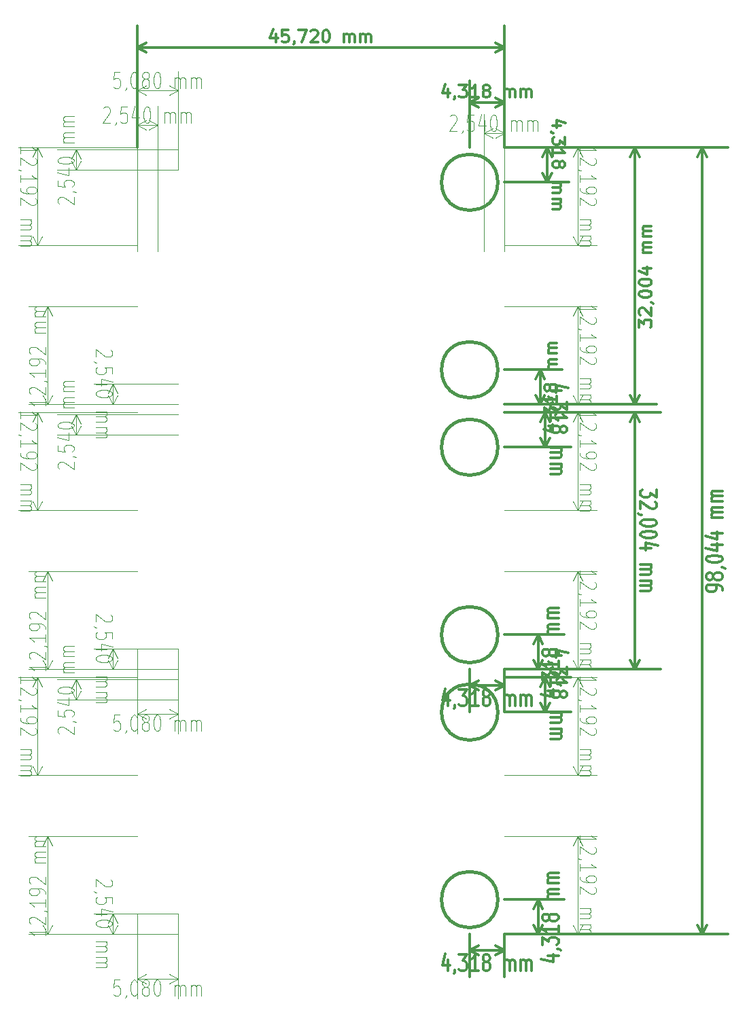
<source format=gbr>
G04 #@! TF.FileFunction,Other,Comment*
%FSLAX45Y45*%
G04 Gerber Fmt 4.5, Leading zero omitted, Abs format (unit mm)*
G04 Created by KiCad (PCBNEW (after 2015-may-25 BZR unknown)-product) date 15/07/2015 13:23:27*
%MOMM*%
G01*
G04 APERTURE LIST*
%ADD10C,0.150000*%
%ADD11C,0.304800*%
%ADD12C,0.099060*%
%ADD13C,0.381000*%
G04 APERTURE END LIST*
D10*
D11*
X25959284Y-9557657D02*
X25959284Y-9528629D01*
X25949608Y-9514114D01*
X25939931Y-9506857D01*
X25910903Y-9492343D01*
X25872198Y-9485086D01*
X25794789Y-9485086D01*
X25775436Y-9492343D01*
X25765760Y-9499600D01*
X25756084Y-9514114D01*
X25756084Y-9543143D01*
X25765760Y-9557657D01*
X25775436Y-9564914D01*
X25794789Y-9572172D01*
X25843169Y-9572172D01*
X25862522Y-9564914D01*
X25872198Y-9557657D01*
X25881874Y-9543143D01*
X25881874Y-9514114D01*
X25872198Y-9499600D01*
X25862522Y-9492343D01*
X25843169Y-9485086D01*
X25843169Y-9398000D02*
X25833493Y-9412514D01*
X25823817Y-9419772D01*
X25804465Y-9427029D01*
X25794789Y-9427029D01*
X25775436Y-9419772D01*
X25765760Y-9412514D01*
X25756084Y-9398000D01*
X25756084Y-9368972D01*
X25765760Y-9354457D01*
X25775436Y-9347200D01*
X25794789Y-9339943D01*
X25804465Y-9339943D01*
X25823817Y-9347200D01*
X25833493Y-9354457D01*
X25843169Y-9368972D01*
X25843169Y-9398000D01*
X25852846Y-9412514D01*
X25862522Y-9419772D01*
X25881874Y-9427029D01*
X25920579Y-9427029D01*
X25939931Y-9419772D01*
X25949608Y-9412514D01*
X25959284Y-9398000D01*
X25959284Y-9368972D01*
X25949608Y-9354457D01*
X25939931Y-9347200D01*
X25920579Y-9339943D01*
X25881874Y-9339943D01*
X25862522Y-9347200D01*
X25852846Y-9354457D01*
X25843169Y-9368972D01*
X25949608Y-9267371D02*
X25959284Y-9267371D01*
X25978636Y-9274629D01*
X25988312Y-9281886D01*
X25756084Y-9173029D02*
X25756084Y-9158514D01*
X25765760Y-9144000D01*
X25775436Y-9136743D01*
X25794789Y-9129486D01*
X25833493Y-9122229D01*
X25881874Y-9122229D01*
X25920579Y-9129486D01*
X25939931Y-9136743D01*
X25949608Y-9144000D01*
X25959284Y-9158514D01*
X25959284Y-9173029D01*
X25949608Y-9187543D01*
X25939931Y-9194800D01*
X25920579Y-9202057D01*
X25881874Y-9209314D01*
X25833493Y-9209314D01*
X25794789Y-9202057D01*
X25775436Y-9194800D01*
X25765760Y-9187543D01*
X25756084Y-9173029D01*
X25823817Y-8991600D02*
X25959284Y-8991600D01*
X25746408Y-9027886D02*
X25891550Y-9064171D01*
X25891550Y-8969829D01*
X25823817Y-8846457D02*
X25959284Y-8846457D01*
X25746408Y-8882743D02*
X25891550Y-8919029D01*
X25891550Y-8824686D01*
X25959284Y-8650514D02*
X25823817Y-8650514D01*
X25843169Y-8650514D02*
X25833493Y-8643257D01*
X25823817Y-8628743D01*
X25823817Y-8606971D01*
X25833493Y-8592457D01*
X25852846Y-8585200D01*
X25959284Y-8585200D01*
X25852846Y-8585200D02*
X25833493Y-8577943D01*
X25823817Y-8563429D01*
X25823817Y-8541657D01*
X25833493Y-8527143D01*
X25852846Y-8519886D01*
X25959284Y-8519886D01*
X25959284Y-8447314D02*
X25823817Y-8447314D01*
X25843169Y-8447314D02*
X25833493Y-8440057D01*
X25823817Y-8425543D01*
X25823817Y-8403771D01*
X25833493Y-8389257D01*
X25852846Y-8382000D01*
X25959284Y-8382000D01*
X25852846Y-8382000D02*
X25833493Y-8374743D01*
X25823817Y-8360228D01*
X25823817Y-8338457D01*
X25833493Y-8323943D01*
X25852846Y-8316686D01*
X25959284Y-8316686D01*
X25704800Y-13843000D02*
X25704800Y-4038600D01*
X23241000Y-13843000D02*
X26029920Y-13843000D01*
X23241000Y-4038600D02*
X26029920Y-4038600D01*
X25704800Y-4038600D02*
X25763442Y-4151250D01*
X25704800Y-4038600D02*
X25646158Y-4151250D01*
X25704800Y-13843000D02*
X25763442Y-13730350D01*
X25704800Y-13843000D02*
X25646158Y-13730350D01*
X24920303Y-6277429D02*
X24920303Y-6183086D01*
X24978360Y-6233886D01*
X24978360Y-6212114D01*
X24985617Y-6197600D01*
X24992874Y-6190343D01*
X25007388Y-6183086D01*
X25043674Y-6183086D01*
X25058188Y-6190343D01*
X25065446Y-6197600D01*
X25072703Y-6212114D01*
X25072703Y-6255657D01*
X25065446Y-6270171D01*
X25058188Y-6277429D01*
X24934817Y-6125029D02*
X24927560Y-6117771D01*
X24920303Y-6103257D01*
X24920303Y-6066971D01*
X24927560Y-6052457D01*
X24934817Y-6045200D01*
X24949331Y-6037943D01*
X24963846Y-6037943D01*
X24985617Y-6045200D01*
X25072703Y-6132286D01*
X25072703Y-6037943D01*
X25065446Y-5965371D02*
X25072703Y-5965371D01*
X25087217Y-5972629D01*
X25094474Y-5979886D01*
X24920303Y-5871029D02*
X24920303Y-5856514D01*
X24927560Y-5842000D01*
X24934817Y-5834743D01*
X24949331Y-5827486D01*
X24978360Y-5820229D01*
X25014646Y-5820229D01*
X25043674Y-5827486D01*
X25058188Y-5834743D01*
X25065446Y-5842000D01*
X25072703Y-5856514D01*
X25072703Y-5871029D01*
X25065446Y-5885543D01*
X25058188Y-5892800D01*
X25043674Y-5900057D01*
X25014646Y-5907314D01*
X24978360Y-5907314D01*
X24949331Y-5900057D01*
X24934817Y-5892800D01*
X24927560Y-5885543D01*
X24920303Y-5871029D01*
X24920303Y-5725886D02*
X24920303Y-5711371D01*
X24927560Y-5696857D01*
X24934817Y-5689600D01*
X24949331Y-5682343D01*
X24978360Y-5675086D01*
X25014646Y-5675086D01*
X25043674Y-5682343D01*
X25058188Y-5689600D01*
X25065446Y-5696857D01*
X25072703Y-5711371D01*
X25072703Y-5725886D01*
X25065446Y-5740400D01*
X25058188Y-5747657D01*
X25043674Y-5754914D01*
X25014646Y-5762171D01*
X24978360Y-5762171D01*
X24949331Y-5754914D01*
X24934817Y-5747657D01*
X24927560Y-5740400D01*
X24920303Y-5725886D01*
X24971103Y-5544457D02*
X25072703Y-5544457D01*
X24913046Y-5580743D02*
X25021903Y-5617028D01*
X25021903Y-5522686D01*
X25072703Y-5348514D02*
X24971103Y-5348514D01*
X24985617Y-5348514D02*
X24978360Y-5341257D01*
X24971103Y-5326743D01*
X24971103Y-5304971D01*
X24978360Y-5290457D01*
X24992874Y-5283200D01*
X25072703Y-5283200D01*
X24992874Y-5283200D02*
X24978360Y-5275943D01*
X24971103Y-5261429D01*
X24971103Y-5239657D01*
X24978360Y-5225143D01*
X24992874Y-5217886D01*
X25072703Y-5217886D01*
X25072703Y-5145314D02*
X24971103Y-5145314D01*
X24985617Y-5145314D02*
X24978360Y-5138057D01*
X24971103Y-5123543D01*
X24971103Y-5101771D01*
X24978360Y-5087257D01*
X24992874Y-5080000D01*
X25072703Y-5080000D01*
X24992874Y-5080000D02*
X24978360Y-5072743D01*
X24971103Y-5058229D01*
X24971103Y-5036457D01*
X24978360Y-5021943D01*
X24992874Y-5014686D01*
X25072703Y-5014686D01*
X24866600Y-7239000D02*
X24866600Y-4038600D01*
X23241000Y-7239000D02*
X25140920Y-7239000D01*
X23241000Y-4038600D02*
X25140920Y-4038600D01*
X24866600Y-4038600D02*
X24925242Y-4151250D01*
X24866600Y-4038600D02*
X24807958Y-4151250D01*
X24866600Y-7239000D02*
X24925242Y-7126350D01*
X24866600Y-7239000D02*
X24807958Y-7126350D01*
X20396200Y-2624183D02*
X20396200Y-2725783D01*
X20359914Y-2566126D02*
X20323629Y-2674983D01*
X20417971Y-2674983D01*
X20548600Y-2573383D02*
X20476029Y-2573383D01*
X20468771Y-2645954D01*
X20476029Y-2638697D01*
X20490543Y-2631440D01*
X20526829Y-2631440D01*
X20541343Y-2638697D01*
X20548600Y-2645954D01*
X20555857Y-2660469D01*
X20555857Y-2696754D01*
X20548600Y-2711269D01*
X20541343Y-2718526D01*
X20526829Y-2725783D01*
X20490543Y-2725783D01*
X20476029Y-2718526D01*
X20468771Y-2711269D01*
X20628429Y-2718526D02*
X20628429Y-2725783D01*
X20621171Y-2740297D01*
X20613914Y-2747554D01*
X20679229Y-2573383D02*
X20780829Y-2573383D01*
X20715514Y-2725783D01*
X20831629Y-2587897D02*
X20838886Y-2580640D01*
X20853400Y-2573383D01*
X20889686Y-2573383D01*
X20904200Y-2580640D01*
X20911457Y-2587897D01*
X20918714Y-2602411D01*
X20918714Y-2616926D01*
X20911457Y-2638697D01*
X20824371Y-2725783D01*
X20918714Y-2725783D01*
X21013057Y-2573383D02*
X21027572Y-2573383D01*
X21042086Y-2580640D01*
X21049343Y-2587897D01*
X21056600Y-2602411D01*
X21063857Y-2631440D01*
X21063857Y-2667726D01*
X21056600Y-2696754D01*
X21049343Y-2711269D01*
X21042086Y-2718526D01*
X21027572Y-2725783D01*
X21013057Y-2725783D01*
X20998543Y-2718526D01*
X20991286Y-2711269D01*
X20984029Y-2696754D01*
X20976772Y-2667726D01*
X20976772Y-2631440D01*
X20984029Y-2602411D01*
X20991286Y-2587897D01*
X20998543Y-2580640D01*
X21013057Y-2573383D01*
X21245286Y-2725783D02*
X21245286Y-2624183D01*
X21245286Y-2638697D02*
X21252543Y-2631440D01*
X21267057Y-2624183D01*
X21288829Y-2624183D01*
X21303343Y-2631440D01*
X21310600Y-2645954D01*
X21310600Y-2725783D01*
X21310600Y-2645954D02*
X21317857Y-2631440D01*
X21332372Y-2624183D01*
X21354143Y-2624183D01*
X21368657Y-2631440D01*
X21375914Y-2645954D01*
X21375914Y-2725783D01*
X21448486Y-2725783D02*
X21448486Y-2624183D01*
X21448486Y-2638697D02*
X21455743Y-2631440D01*
X21470257Y-2624183D01*
X21492029Y-2624183D01*
X21506543Y-2631440D01*
X21513800Y-2645954D01*
X21513800Y-2725783D01*
X21513800Y-2645954D02*
X21521057Y-2631440D01*
X21535572Y-2624183D01*
X21557343Y-2624183D01*
X21571857Y-2631440D01*
X21579114Y-2645954D01*
X21579114Y-2725783D01*
X18669000Y-2794000D02*
X23241000Y-2794000D01*
X18669000Y-4038600D02*
X18669000Y-2519680D01*
X23241000Y-4038600D02*
X23241000Y-2519680D01*
X23241000Y-2794000D02*
X23128350Y-2852642D01*
X23241000Y-2794000D02*
X23128350Y-2735358D01*
X18669000Y-2794000D02*
X18781650Y-2852642D01*
X18669000Y-2794000D02*
X18781650Y-2735358D01*
X23790003Y-7509329D02*
X23891603Y-7509329D01*
X23731946Y-7545614D02*
X23840803Y-7581900D01*
X23840803Y-7487557D01*
X23884346Y-7422243D02*
X23891603Y-7422243D01*
X23906117Y-7429500D01*
X23913374Y-7436757D01*
X23739203Y-7371443D02*
X23739203Y-7277100D01*
X23797260Y-7327900D01*
X23797260Y-7306129D01*
X23804517Y-7291614D01*
X23811774Y-7284357D01*
X23826288Y-7277100D01*
X23862574Y-7277100D01*
X23877088Y-7284357D01*
X23884346Y-7291614D01*
X23891603Y-7306129D01*
X23891603Y-7349671D01*
X23884346Y-7364186D01*
X23877088Y-7371443D01*
X23891603Y-7131957D02*
X23891603Y-7219043D01*
X23891603Y-7175500D02*
X23739203Y-7175500D01*
X23760974Y-7190014D01*
X23775488Y-7204528D01*
X23782746Y-7219043D01*
X23804517Y-7044871D02*
X23797260Y-7059386D01*
X23790003Y-7066643D01*
X23775488Y-7073900D01*
X23768231Y-7073900D01*
X23753717Y-7066643D01*
X23746460Y-7059386D01*
X23739203Y-7044871D01*
X23739203Y-7015843D01*
X23746460Y-7001328D01*
X23753717Y-6994071D01*
X23768231Y-6986814D01*
X23775488Y-6986814D01*
X23790003Y-6994071D01*
X23797260Y-7001328D01*
X23804517Y-7015843D01*
X23804517Y-7044871D01*
X23811774Y-7059386D01*
X23819031Y-7066643D01*
X23833546Y-7073900D01*
X23862574Y-7073900D01*
X23877088Y-7066643D01*
X23884346Y-7059386D01*
X23891603Y-7044871D01*
X23891603Y-7015843D01*
X23884346Y-7001328D01*
X23877088Y-6994071D01*
X23862574Y-6986814D01*
X23833546Y-6986814D01*
X23819031Y-6994071D01*
X23811774Y-7001328D01*
X23804517Y-7015843D01*
X23891603Y-6805386D02*
X23790003Y-6805386D01*
X23804517Y-6805386D02*
X23797260Y-6798128D01*
X23790003Y-6783614D01*
X23790003Y-6761843D01*
X23797260Y-6747328D01*
X23811774Y-6740071D01*
X23891603Y-6740071D01*
X23811774Y-6740071D02*
X23797260Y-6732814D01*
X23790003Y-6718300D01*
X23790003Y-6696528D01*
X23797260Y-6682014D01*
X23811774Y-6674757D01*
X23891603Y-6674757D01*
X23891603Y-6602186D02*
X23790003Y-6602186D01*
X23804517Y-6602186D02*
X23797260Y-6594928D01*
X23790003Y-6580414D01*
X23790003Y-6558643D01*
X23797260Y-6544128D01*
X23811774Y-6536871D01*
X23891603Y-6536871D01*
X23811774Y-6536871D02*
X23797260Y-6529614D01*
X23790003Y-6515100D01*
X23790003Y-6493328D01*
X23797260Y-6478814D01*
X23811774Y-6471557D01*
X23891603Y-6471557D01*
X23685500Y-7239000D02*
X23685500Y-6807200D01*
X23241000Y-7239000D02*
X23959820Y-7239000D01*
X23241000Y-6807200D02*
X23959820Y-6807200D01*
X23685500Y-6807200D02*
X23744142Y-6919850D01*
X23685500Y-6807200D02*
X23626858Y-6919850D01*
X23685500Y-7239000D02*
X23744142Y-7126350D01*
X23685500Y-7239000D02*
X23626858Y-7126350D01*
X23944217Y-3768271D02*
X23842617Y-3768271D01*
X24002274Y-3731986D02*
X23893417Y-3695700D01*
X23893417Y-3790043D01*
X23849874Y-3855357D02*
X23842617Y-3855357D01*
X23828103Y-3848100D01*
X23820846Y-3840843D01*
X23995017Y-3906157D02*
X23995017Y-4000500D01*
X23936960Y-3949700D01*
X23936960Y-3971471D01*
X23929703Y-3985986D01*
X23922446Y-3993243D01*
X23907931Y-4000500D01*
X23871646Y-4000500D01*
X23857131Y-3993243D01*
X23849874Y-3985986D01*
X23842617Y-3971471D01*
X23842617Y-3927929D01*
X23849874Y-3913414D01*
X23857131Y-3906157D01*
X23842617Y-4145643D02*
X23842617Y-4058557D01*
X23842617Y-4102100D02*
X23995017Y-4102100D01*
X23973246Y-4087586D01*
X23958731Y-4073071D01*
X23951474Y-4058557D01*
X23929703Y-4232729D02*
X23936960Y-4218214D01*
X23944217Y-4210957D01*
X23958731Y-4203700D01*
X23965988Y-4203700D01*
X23980503Y-4210957D01*
X23987760Y-4218214D01*
X23995017Y-4232729D01*
X23995017Y-4261757D01*
X23987760Y-4276272D01*
X23980503Y-4283529D01*
X23965988Y-4290786D01*
X23958731Y-4290786D01*
X23944217Y-4283529D01*
X23936960Y-4276272D01*
X23929703Y-4261757D01*
X23929703Y-4232729D01*
X23922446Y-4218214D01*
X23915188Y-4210957D01*
X23900674Y-4203700D01*
X23871646Y-4203700D01*
X23857131Y-4210957D01*
X23849874Y-4218214D01*
X23842617Y-4232729D01*
X23842617Y-4261757D01*
X23849874Y-4276272D01*
X23857131Y-4283529D01*
X23871646Y-4290786D01*
X23900674Y-4290786D01*
X23915188Y-4283529D01*
X23922446Y-4276272D01*
X23929703Y-4261757D01*
X23842617Y-4472214D02*
X23944217Y-4472214D01*
X23929703Y-4472214D02*
X23936960Y-4479472D01*
X23944217Y-4493986D01*
X23944217Y-4515757D01*
X23936960Y-4530272D01*
X23922446Y-4537529D01*
X23842617Y-4537529D01*
X23922446Y-4537529D02*
X23936960Y-4544786D01*
X23944217Y-4559300D01*
X23944217Y-4581072D01*
X23936960Y-4595586D01*
X23922446Y-4602843D01*
X23842617Y-4602843D01*
X23842617Y-4675414D02*
X23944217Y-4675414D01*
X23929703Y-4675414D02*
X23936960Y-4682672D01*
X23944217Y-4697186D01*
X23944217Y-4718957D01*
X23936960Y-4733472D01*
X23922446Y-4740729D01*
X23842617Y-4740729D01*
X23922446Y-4740729D02*
X23936960Y-4747986D01*
X23944217Y-4762500D01*
X23944217Y-4784272D01*
X23936960Y-4798786D01*
X23922446Y-4806043D01*
X23842617Y-4806043D01*
X23774400Y-4038600D02*
X23774400Y-4470400D01*
X23241000Y-4038600D02*
X24048720Y-4038600D01*
X23241000Y-4470400D02*
X24048720Y-4470400D01*
X23774400Y-4470400D02*
X23715758Y-4357750D01*
X23774400Y-4470400D02*
X23833042Y-4357750D01*
X23774400Y-4038600D02*
X23715758Y-4151250D01*
X23774400Y-4038600D02*
X23833042Y-4151250D01*
X22538871Y-3309983D02*
X22538871Y-3411583D01*
X22502586Y-3251926D02*
X22466300Y-3360783D01*
X22560643Y-3360783D01*
X22625957Y-3404326D02*
X22625957Y-3411583D01*
X22618700Y-3426097D01*
X22611443Y-3433354D01*
X22676757Y-3259183D02*
X22771100Y-3259183D01*
X22720300Y-3317240D01*
X22742071Y-3317240D01*
X22756586Y-3324497D01*
X22763843Y-3331754D01*
X22771100Y-3346269D01*
X22771100Y-3382554D01*
X22763843Y-3397069D01*
X22756586Y-3404326D01*
X22742071Y-3411583D01*
X22698529Y-3411583D01*
X22684014Y-3404326D01*
X22676757Y-3397069D01*
X22916243Y-3411583D02*
X22829157Y-3411583D01*
X22872700Y-3411583D02*
X22872700Y-3259183D01*
X22858186Y-3280954D01*
X22843671Y-3295469D01*
X22829157Y-3302726D01*
X23003329Y-3324497D02*
X22988814Y-3317240D01*
X22981557Y-3309983D01*
X22974300Y-3295469D01*
X22974300Y-3288211D01*
X22981557Y-3273697D01*
X22988814Y-3266440D01*
X23003329Y-3259183D01*
X23032357Y-3259183D01*
X23046871Y-3266440D01*
X23054129Y-3273697D01*
X23061386Y-3288211D01*
X23061386Y-3295469D01*
X23054129Y-3309983D01*
X23046871Y-3317240D01*
X23032357Y-3324497D01*
X23003329Y-3324497D01*
X22988814Y-3331754D01*
X22981557Y-3339011D01*
X22974300Y-3353526D01*
X22974300Y-3382554D01*
X22981557Y-3397069D01*
X22988814Y-3404326D01*
X23003329Y-3411583D01*
X23032357Y-3411583D01*
X23046871Y-3404326D01*
X23054129Y-3397069D01*
X23061386Y-3382554D01*
X23061386Y-3353526D01*
X23054129Y-3339011D01*
X23046871Y-3331754D01*
X23032357Y-3324497D01*
X23242814Y-3411583D02*
X23242814Y-3309983D01*
X23242814Y-3324497D02*
X23250072Y-3317240D01*
X23264586Y-3309983D01*
X23286357Y-3309983D01*
X23300872Y-3317240D01*
X23308129Y-3331754D01*
X23308129Y-3411583D01*
X23308129Y-3331754D02*
X23315386Y-3317240D01*
X23329900Y-3309983D01*
X23351672Y-3309983D01*
X23366186Y-3317240D01*
X23373443Y-3331754D01*
X23373443Y-3411583D01*
X23446014Y-3411583D02*
X23446014Y-3309983D01*
X23446014Y-3324497D02*
X23453272Y-3317240D01*
X23467786Y-3309983D01*
X23489557Y-3309983D01*
X23504072Y-3317240D01*
X23511329Y-3331754D01*
X23511329Y-3411583D01*
X23511329Y-3331754D02*
X23518586Y-3317240D01*
X23533100Y-3309983D01*
X23554872Y-3309983D01*
X23569386Y-3317240D01*
X23576643Y-3331754D01*
X23576643Y-3411583D01*
X23241000Y-3479800D02*
X22809200Y-3479800D01*
X23241000Y-4038600D02*
X23241000Y-3205480D01*
X22809200Y-4038600D02*
X22809200Y-3205480D01*
X22809200Y-3479800D02*
X22921850Y-3421158D01*
X22809200Y-3479800D02*
X22921850Y-3538442D01*
X23241000Y-3479800D02*
X23128350Y-3421158D01*
X23241000Y-3479800D02*
X23128350Y-3538442D01*
D12*
X17214336Y-4112079D02*
X17214336Y-4026299D01*
X17214336Y-4069189D02*
X17414234Y-4069189D01*
X17385677Y-4054892D01*
X17366639Y-4040596D01*
X17357120Y-4026299D01*
X17395196Y-4169265D02*
X17404715Y-4176413D01*
X17414234Y-4190710D01*
X17414234Y-4226451D01*
X17404715Y-4240748D01*
X17395196Y-4247896D01*
X17376158Y-4255044D01*
X17357120Y-4255044D01*
X17328563Y-4247896D01*
X17214336Y-4162117D01*
X17214336Y-4255044D01*
X17223855Y-4326527D02*
X17214336Y-4326527D01*
X17195298Y-4319379D01*
X17185779Y-4312231D01*
X17214336Y-4469493D02*
X17214336Y-4383713D01*
X17214336Y-4426603D02*
X17414234Y-4426603D01*
X17385677Y-4412307D01*
X17366639Y-4398010D01*
X17357120Y-4383713D01*
X17214336Y-4540976D02*
X17214336Y-4569569D01*
X17223855Y-4583865D01*
X17233374Y-4591014D01*
X17261931Y-4605310D01*
X17300007Y-4612459D01*
X17376158Y-4612459D01*
X17395196Y-4605310D01*
X17404715Y-4598162D01*
X17414234Y-4583865D01*
X17414234Y-4555272D01*
X17404715Y-4540976D01*
X17395196Y-4533827D01*
X17376158Y-4526679D01*
X17328563Y-4526679D01*
X17309526Y-4533827D01*
X17300007Y-4540976D01*
X17290488Y-4555272D01*
X17290488Y-4583865D01*
X17300007Y-4598162D01*
X17309526Y-4605310D01*
X17328563Y-4612459D01*
X17395196Y-4669645D02*
X17404715Y-4676793D01*
X17414234Y-4691090D01*
X17414234Y-4726831D01*
X17404715Y-4741128D01*
X17395196Y-4748276D01*
X17376158Y-4755424D01*
X17357120Y-4755424D01*
X17328563Y-4748276D01*
X17214336Y-4662497D01*
X17214336Y-4755424D01*
X17214336Y-4934131D02*
X17347601Y-4934131D01*
X17328563Y-4934131D02*
X17338082Y-4941280D01*
X17347601Y-4955576D01*
X17347601Y-4977021D01*
X17338082Y-4991318D01*
X17319044Y-4998466D01*
X17214336Y-4998466D01*
X17319044Y-4998466D02*
X17338082Y-5005614D01*
X17347601Y-5019911D01*
X17347601Y-5041356D01*
X17338082Y-5055652D01*
X17319044Y-5062801D01*
X17214336Y-5062801D01*
X17214336Y-5134283D02*
X17347601Y-5134283D01*
X17328563Y-5134283D02*
X17338082Y-5141432D01*
X17347601Y-5155728D01*
X17347601Y-5177173D01*
X17338082Y-5191470D01*
X17319044Y-5198618D01*
X17214336Y-5198618D01*
X17319044Y-5198618D02*
X17338082Y-5205766D01*
X17347601Y-5220063D01*
X17347601Y-5241508D01*
X17338082Y-5255804D01*
X17319044Y-5262953D01*
X17214336Y-5262953D01*
X17424654Y-4038600D02*
X17424654Y-5257800D01*
X18669000Y-4038600D02*
X17185132Y-4038600D01*
X18669000Y-5257800D02*
X17185132Y-5257800D01*
X17424654Y-5257800D02*
X17366234Y-5145278D01*
X17424654Y-5257800D02*
X17483074Y-5145278D01*
X17424654Y-4038600D02*
X17366234Y-4151122D01*
X17424654Y-4038600D02*
X17483074Y-4151122D01*
X17521942Y-7165521D02*
X17521942Y-7251301D01*
X17521942Y-7208411D02*
X17322044Y-7208411D01*
X17350601Y-7222708D01*
X17369639Y-7237004D01*
X17379158Y-7251301D01*
X17341082Y-7108335D02*
X17331563Y-7101187D01*
X17322044Y-7086890D01*
X17322044Y-7051149D01*
X17331563Y-7036852D01*
X17341082Y-7029704D01*
X17360120Y-7022556D01*
X17379158Y-7022556D01*
X17407715Y-7029704D01*
X17521942Y-7115483D01*
X17521942Y-7022556D01*
X17512423Y-6951073D02*
X17521942Y-6951073D01*
X17540980Y-6958221D01*
X17550499Y-6965369D01*
X17521942Y-6808107D02*
X17521942Y-6893887D01*
X17521942Y-6850997D02*
X17322044Y-6850997D01*
X17350601Y-6865293D01*
X17369639Y-6879590D01*
X17379158Y-6893887D01*
X17521942Y-6736624D02*
X17521942Y-6708031D01*
X17512423Y-6693735D01*
X17502904Y-6686586D01*
X17474347Y-6672290D01*
X17436272Y-6665141D01*
X17360120Y-6665141D01*
X17341082Y-6672290D01*
X17331563Y-6679438D01*
X17322044Y-6693735D01*
X17322044Y-6722328D01*
X17331563Y-6736624D01*
X17341082Y-6743773D01*
X17360120Y-6750921D01*
X17407715Y-6750921D01*
X17426753Y-6743773D01*
X17436272Y-6736624D01*
X17445790Y-6722328D01*
X17445790Y-6693735D01*
X17436272Y-6679438D01*
X17426753Y-6672290D01*
X17407715Y-6665141D01*
X17341082Y-6607955D02*
X17331563Y-6600807D01*
X17322044Y-6586510D01*
X17322044Y-6550769D01*
X17331563Y-6536472D01*
X17341082Y-6529324D01*
X17360120Y-6522176D01*
X17379158Y-6522176D01*
X17407715Y-6529324D01*
X17521942Y-6615103D01*
X17521942Y-6522176D01*
X17521942Y-6343469D02*
X17388677Y-6343469D01*
X17407715Y-6343469D02*
X17398196Y-6336320D01*
X17388677Y-6322024D01*
X17388677Y-6300579D01*
X17398196Y-6286282D01*
X17417234Y-6279134D01*
X17521942Y-6279134D01*
X17417234Y-6279134D02*
X17398196Y-6271986D01*
X17388677Y-6257689D01*
X17388677Y-6236244D01*
X17398196Y-6221948D01*
X17417234Y-6214799D01*
X17521942Y-6214799D01*
X17521942Y-6143317D02*
X17388677Y-6143317D01*
X17407715Y-6143317D02*
X17398196Y-6136168D01*
X17388677Y-6121872D01*
X17388677Y-6100427D01*
X17398196Y-6086130D01*
X17417234Y-6078982D01*
X17521942Y-6078982D01*
X17417234Y-6078982D02*
X17398196Y-6071834D01*
X17388677Y-6057537D01*
X17388677Y-6036092D01*
X17398196Y-6021796D01*
X17417234Y-6014647D01*
X17521942Y-6014647D01*
X17551400Y-7239000D02*
X17551400Y-6019800D01*
X18669000Y-7239000D02*
X17311878Y-7239000D01*
X18669000Y-6019800D02*
X17311878Y-6019800D01*
X17551400Y-6019800D02*
X17609820Y-6132322D01*
X17551400Y-6019800D02*
X17492980Y-6132322D01*
X17551400Y-7239000D02*
X17609820Y-7126478D01*
X17551400Y-7239000D02*
X17492980Y-7126478D01*
X24184350Y-6093279D02*
X24184350Y-6007499D01*
X24184350Y-6050389D02*
X24384248Y-6050389D01*
X24355691Y-6036092D01*
X24336653Y-6021796D01*
X24327134Y-6007499D01*
X24365210Y-6150465D02*
X24374729Y-6157613D01*
X24384248Y-6171910D01*
X24384248Y-6207651D01*
X24374729Y-6221948D01*
X24365210Y-6229096D01*
X24346172Y-6236244D01*
X24327134Y-6236244D01*
X24298577Y-6229096D01*
X24184350Y-6143317D01*
X24184350Y-6236244D01*
X24193869Y-6307727D02*
X24184350Y-6307727D01*
X24165312Y-6300579D01*
X24155793Y-6293430D01*
X24184350Y-6450693D02*
X24184350Y-6364913D01*
X24184350Y-6407803D02*
X24384248Y-6407803D01*
X24355691Y-6393507D01*
X24336653Y-6379210D01*
X24327134Y-6364913D01*
X24184350Y-6522176D02*
X24184350Y-6550769D01*
X24193869Y-6565065D01*
X24203388Y-6572214D01*
X24231945Y-6586510D01*
X24270020Y-6593659D01*
X24346172Y-6593659D01*
X24365210Y-6586510D01*
X24374729Y-6579362D01*
X24384248Y-6565065D01*
X24384248Y-6536472D01*
X24374729Y-6522176D01*
X24365210Y-6515027D01*
X24346172Y-6507879D01*
X24298577Y-6507879D01*
X24279539Y-6515027D01*
X24270020Y-6522176D01*
X24260502Y-6536472D01*
X24260502Y-6565065D01*
X24270020Y-6579362D01*
X24279539Y-6586510D01*
X24298577Y-6593659D01*
X24365210Y-6650845D02*
X24374729Y-6657993D01*
X24384248Y-6672290D01*
X24384248Y-6708031D01*
X24374729Y-6722328D01*
X24365210Y-6729476D01*
X24346172Y-6736624D01*
X24327134Y-6736624D01*
X24298577Y-6729476D01*
X24184350Y-6643697D01*
X24184350Y-6736624D01*
X24184350Y-6915331D02*
X24317615Y-6915331D01*
X24298577Y-6915331D02*
X24308096Y-6922480D01*
X24317615Y-6936776D01*
X24317615Y-6958221D01*
X24308096Y-6972518D01*
X24289058Y-6979666D01*
X24184350Y-6979666D01*
X24289058Y-6979666D02*
X24308096Y-6986814D01*
X24317615Y-7001111D01*
X24317615Y-7022556D01*
X24308096Y-7036852D01*
X24289058Y-7044001D01*
X24184350Y-7044001D01*
X24184350Y-7115483D02*
X24317615Y-7115483D01*
X24298577Y-7115483D02*
X24308096Y-7122632D01*
X24317615Y-7136928D01*
X24317615Y-7158373D01*
X24308096Y-7172670D01*
X24289058Y-7179818D01*
X24184350Y-7179818D01*
X24289058Y-7179818D02*
X24308096Y-7186966D01*
X24317615Y-7201263D01*
X24317615Y-7222708D01*
X24308096Y-7237004D01*
X24289058Y-7244153D01*
X24184350Y-7244153D01*
X24155146Y-6019800D02*
X24155146Y-7239000D01*
X23241000Y-6019800D02*
X24394668Y-6019800D01*
X23241000Y-7239000D02*
X24394668Y-7239000D01*
X24155146Y-7239000D02*
X24096726Y-7126478D01*
X24155146Y-7239000D02*
X24213566Y-7126478D01*
X24155146Y-6019800D02*
X24096726Y-6132322D01*
X24155146Y-6019800D02*
X24213566Y-6132322D01*
X24184350Y-4112079D02*
X24184350Y-4026299D01*
X24184350Y-4069189D02*
X24384248Y-4069189D01*
X24355691Y-4054892D01*
X24336653Y-4040596D01*
X24327134Y-4026299D01*
X24365210Y-4169265D02*
X24374729Y-4176413D01*
X24384248Y-4190710D01*
X24384248Y-4226451D01*
X24374729Y-4240748D01*
X24365210Y-4247896D01*
X24346172Y-4255044D01*
X24327134Y-4255044D01*
X24298577Y-4247896D01*
X24184350Y-4162117D01*
X24184350Y-4255044D01*
X24193869Y-4326527D02*
X24184350Y-4326527D01*
X24165312Y-4319379D01*
X24155793Y-4312231D01*
X24184350Y-4469493D02*
X24184350Y-4383713D01*
X24184350Y-4426603D02*
X24384248Y-4426603D01*
X24355691Y-4412307D01*
X24336653Y-4398010D01*
X24327134Y-4383713D01*
X24184350Y-4540976D02*
X24184350Y-4569569D01*
X24193869Y-4583865D01*
X24203388Y-4591014D01*
X24231945Y-4605310D01*
X24270020Y-4612459D01*
X24346172Y-4612459D01*
X24365210Y-4605310D01*
X24374729Y-4598162D01*
X24384248Y-4583865D01*
X24384248Y-4555272D01*
X24374729Y-4540976D01*
X24365210Y-4533827D01*
X24346172Y-4526679D01*
X24298577Y-4526679D01*
X24279539Y-4533827D01*
X24270020Y-4540976D01*
X24260502Y-4555272D01*
X24260502Y-4583865D01*
X24270020Y-4598162D01*
X24279539Y-4605310D01*
X24298577Y-4612459D01*
X24365210Y-4669645D02*
X24374729Y-4676793D01*
X24384248Y-4691090D01*
X24384248Y-4726831D01*
X24374729Y-4741128D01*
X24365210Y-4748276D01*
X24346172Y-4755424D01*
X24327134Y-4755424D01*
X24298577Y-4748276D01*
X24184350Y-4662497D01*
X24184350Y-4755424D01*
X24184350Y-4934131D02*
X24317615Y-4934131D01*
X24298577Y-4934131D02*
X24308096Y-4941280D01*
X24317615Y-4955576D01*
X24317615Y-4977021D01*
X24308096Y-4991318D01*
X24289058Y-4998466D01*
X24184350Y-4998466D01*
X24289058Y-4998466D02*
X24308096Y-5005614D01*
X24317615Y-5019911D01*
X24317615Y-5041356D01*
X24308096Y-5055652D01*
X24289058Y-5062801D01*
X24184350Y-5062801D01*
X24184350Y-5134283D02*
X24317615Y-5134283D01*
X24298577Y-5134283D02*
X24308096Y-5141432D01*
X24317615Y-5155728D01*
X24317615Y-5177173D01*
X24308096Y-5191470D01*
X24289058Y-5198618D01*
X24184350Y-5198618D01*
X24289058Y-5198618D02*
X24308096Y-5205766D01*
X24317615Y-5220063D01*
X24317615Y-5241508D01*
X24308096Y-5255804D01*
X24289058Y-5262953D01*
X24184350Y-5262953D01*
X24155146Y-4038600D02*
X24155146Y-5257800D01*
X23241000Y-4038600D02*
X24394668Y-4038600D01*
X23241000Y-5257800D02*
X24394668Y-5257800D01*
X24155146Y-5257800D02*
X24096726Y-5145278D01*
X24155146Y-5257800D02*
X24213566Y-5145278D01*
X24155146Y-4038600D02*
X24096726Y-4151122D01*
X24155146Y-4038600D02*
X24213566Y-4151122D01*
X18451213Y-3098298D02*
X18379730Y-3098298D01*
X18372582Y-3193488D01*
X18379730Y-3183969D01*
X18394027Y-3174450D01*
X18429768Y-3174450D01*
X18444065Y-3183969D01*
X18451213Y-3193488D01*
X18458362Y-3212525D01*
X18458362Y-3260120D01*
X18451213Y-3279158D01*
X18444065Y-3288677D01*
X18429768Y-3298196D01*
X18394027Y-3298196D01*
X18379730Y-3288677D01*
X18372582Y-3279158D01*
X18529844Y-3288677D02*
X18529844Y-3298196D01*
X18522696Y-3317234D01*
X18515548Y-3326753D01*
X18622772Y-3098298D02*
X18637069Y-3098298D01*
X18651365Y-3107817D01*
X18658514Y-3117336D01*
X18665662Y-3136374D01*
X18672810Y-3174450D01*
X18672810Y-3222044D01*
X18665662Y-3260120D01*
X18658514Y-3279158D01*
X18651365Y-3288677D01*
X18637069Y-3298196D01*
X18622772Y-3298196D01*
X18608476Y-3288677D01*
X18601327Y-3279158D01*
X18594179Y-3260120D01*
X18587031Y-3222044D01*
X18587031Y-3174450D01*
X18594179Y-3136374D01*
X18601327Y-3117336D01*
X18608476Y-3107817D01*
X18622772Y-3098298D01*
X18758590Y-3183969D02*
X18744293Y-3174450D01*
X18737145Y-3164931D01*
X18729996Y-3145893D01*
X18729996Y-3136374D01*
X18737145Y-3117336D01*
X18744293Y-3107817D01*
X18758590Y-3098298D01*
X18787183Y-3098298D01*
X18801479Y-3107817D01*
X18808628Y-3117336D01*
X18815776Y-3136374D01*
X18815776Y-3145893D01*
X18808628Y-3164931D01*
X18801479Y-3174450D01*
X18787183Y-3183969D01*
X18758590Y-3183969D01*
X18744293Y-3193488D01*
X18737145Y-3203006D01*
X18729996Y-3222044D01*
X18729996Y-3260120D01*
X18737145Y-3279158D01*
X18744293Y-3288677D01*
X18758590Y-3298196D01*
X18787183Y-3298196D01*
X18801479Y-3288677D01*
X18808628Y-3279158D01*
X18815776Y-3260120D01*
X18815776Y-3222044D01*
X18808628Y-3203006D01*
X18801479Y-3193488D01*
X18787183Y-3183969D01*
X18908704Y-3098298D02*
X18923000Y-3098298D01*
X18937297Y-3107817D01*
X18944445Y-3117336D01*
X18951593Y-3136374D01*
X18958742Y-3174450D01*
X18958742Y-3222044D01*
X18951593Y-3260120D01*
X18944445Y-3279158D01*
X18937297Y-3288677D01*
X18923000Y-3298196D01*
X18908704Y-3298196D01*
X18894407Y-3288677D01*
X18887259Y-3279158D01*
X18880110Y-3260120D01*
X18872962Y-3222044D01*
X18872962Y-3174450D01*
X18880110Y-3136374D01*
X18887259Y-3117336D01*
X18894407Y-3107817D01*
X18908704Y-3098298D01*
X19137449Y-3298196D02*
X19137449Y-3164931D01*
X19137449Y-3183969D02*
X19144597Y-3174450D01*
X19158894Y-3164931D01*
X19180338Y-3164931D01*
X19194635Y-3174450D01*
X19201783Y-3193488D01*
X19201783Y-3298196D01*
X19201783Y-3193488D02*
X19208932Y-3174450D01*
X19223228Y-3164931D01*
X19244673Y-3164931D01*
X19258970Y-3174450D01*
X19266118Y-3193488D01*
X19266118Y-3298196D01*
X19337601Y-3298196D02*
X19337601Y-3164931D01*
X19337601Y-3183969D02*
X19344749Y-3174450D01*
X19359046Y-3164931D01*
X19380490Y-3164931D01*
X19394787Y-3174450D01*
X19401935Y-3193488D01*
X19401935Y-3298196D01*
X19401935Y-3193488D02*
X19409084Y-3174450D01*
X19423380Y-3164931D01*
X19444825Y-3164931D01*
X19459122Y-3174450D01*
X19466270Y-3193488D01*
X19466270Y-3298196D01*
X19177000Y-3327654D02*
X18669000Y-3327654D01*
X19177000Y-4318000D02*
X19177000Y-3088132D01*
X18669000Y-4318000D02*
X18669000Y-3088132D01*
X18669000Y-3327654D02*
X18781522Y-3269234D01*
X18669000Y-3327654D02*
X18781522Y-3386074D01*
X19177000Y-3327654D02*
X19064478Y-3269234D01*
X19177000Y-3327654D02*
X19064478Y-3386074D01*
X22563582Y-3650736D02*
X22570730Y-3641217D01*
X22585027Y-3631698D01*
X22620768Y-3631698D01*
X22635065Y-3641217D01*
X22642213Y-3650736D01*
X22649361Y-3669774D01*
X22649361Y-3688812D01*
X22642213Y-3717369D01*
X22556434Y-3831596D01*
X22649361Y-3831596D01*
X22720844Y-3822077D02*
X22720844Y-3831596D01*
X22713696Y-3850634D01*
X22706548Y-3860153D01*
X22856662Y-3631698D02*
X22785179Y-3631698D01*
X22778031Y-3726888D01*
X22785179Y-3717369D01*
X22799475Y-3707850D01*
X22835217Y-3707850D01*
X22849513Y-3717369D01*
X22856662Y-3726888D01*
X22863810Y-3745925D01*
X22863810Y-3793520D01*
X22856662Y-3812558D01*
X22849513Y-3822077D01*
X22835217Y-3831596D01*
X22799475Y-3831596D01*
X22785179Y-3822077D01*
X22778031Y-3812558D01*
X22992479Y-3698331D02*
X22992479Y-3831596D01*
X22956738Y-3622179D02*
X22920996Y-3764963D01*
X23013924Y-3764963D01*
X23099703Y-3631698D02*
X23114000Y-3631698D01*
X23128297Y-3641217D01*
X23135445Y-3650736D01*
X23142593Y-3669774D01*
X23149741Y-3707850D01*
X23149741Y-3755444D01*
X23142593Y-3793520D01*
X23135445Y-3812558D01*
X23128297Y-3822077D01*
X23114000Y-3831596D01*
X23099703Y-3831596D01*
X23085407Y-3822077D01*
X23078259Y-3812558D01*
X23071110Y-3793520D01*
X23063962Y-3755444D01*
X23063962Y-3707850D01*
X23071110Y-3669774D01*
X23078259Y-3650736D01*
X23085407Y-3641217D01*
X23099703Y-3631698D01*
X23328449Y-3831596D02*
X23328449Y-3698331D01*
X23328449Y-3717369D02*
X23335597Y-3707850D01*
X23349893Y-3698331D01*
X23371338Y-3698331D01*
X23385635Y-3707850D01*
X23392783Y-3726888D01*
X23392783Y-3831596D01*
X23392783Y-3726888D02*
X23399931Y-3707850D01*
X23414228Y-3698331D01*
X23435673Y-3698331D01*
X23449969Y-3707850D01*
X23457118Y-3726888D01*
X23457118Y-3831596D01*
X23528601Y-3831596D02*
X23528601Y-3698331D01*
X23528601Y-3717369D02*
X23535749Y-3707850D01*
X23550045Y-3698331D01*
X23571490Y-3698331D01*
X23585787Y-3707850D01*
X23592935Y-3726888D01*
X23592935Y-3831596D01*
X23592935Y-3726888D02*
X23600083Y-3707850D01*
X23614380Y-3698331D01*
X23635825Y-3698331D01*
X23650121Y-3707850D01*
X23657270Y-3726888D01*
X23657270Y-3831596D01*
X22987000Y-3861054D02*
X23241000Y-3861054D01*
X22987000Y-5334000D02*
X22987000Y-3621532D01*
X23241000Y-5334000D02*
X23241000Y-3621532D01*
X23241000Y-3861054D02*
X23128478Y-3919474D01*
X23241000Y-3861054D02*
X23128478Y-3802634D01*
X22987000Y-3861054D02*
X23099522Y-3919474D01*
X22987000Y-3861054D02*
X23099522Y-3802634D01*
X17696682Y-4741418D02*
X17687163Y-4734270D01*
X17677644Y-4719973D01*
X17677644Y-4684232D01*
X17687163Y-4669935D01*
X17696682Y-4662787D01*
X17715720Y-4655639D01*
X17734758Y-4655639D01*
X17763315Y-4662787D01*
X17877542Y-4748566D01*
X17877542Y-4655639D01*
X17868023Y-4584156D02*
X17877542Y-4584156D01*
X17896580Y-4591304D01*
X17906099Y-4598452D01*
X17677644Y-4448338D02*
X17677644Y-4519821D01*
X17772834Y-4526969D01*
X17763315Y-4519821D01*
X17753796Y-4505525D01*
X17753796Y-4469783D01*
X17763315Y-4455487D01*
X17772834Y-4448338D01*
X17791872Y-4441190D01*
X17839466Y-4441190D01*
X17858504Y-4448338D01*
X17868023Y-4455487D01*
X17877542Y-4469783D01*
X17877542Y-4505525D01*
X17868023Y-4519821D01*
X17858504Y-4526969D01*
X17744277Y-4312521D02*
X17877542Y-4312521D01*
X17668125Y-4348262D02*
X17810909Y-4384004D01*
X17810909Y-4291076D01*
X17677644Y-4205297D02*
X17677644Y-4191000D01*
X17687163Y-4176703D01*
X17696682Y-4169555D01*
X17715720Y-4162407D01*
X17753796Y-4155258D01*
X17801390Y-4155258D01*
X17839466Y-4162407D01*
X17858504Y-4169555D01*
X17868023Y-4176703D01*
X17877542Y-4191000D01*
X17877542Y-4205297D01*
X17868023Y-4219593D01*
X17858504Y-4226741D01*
X17839466Y-4233890D01*
X17801390Y-4241038D01*
X17753796Y-4241038D01*
X17715720Y-4233890D01*
X17696682Y-4226741D01*
X17687163Y-4219593D01*
X17677644Y-4205297D01*
X17877542Y-3976551D02*
X17744277Y-3976551D01*
X17763315Y-3976551D02*
X17753796Y-3969403D01*
X17744277Y-3955106D01*
X17744277Y-3933662D01*
X17753796Y-3919365D01*
X17772834Y-3912217D01*
X17877542Y-3912217D01*
X17772834Y-3912217D02*
X17753796Y-3905068D01*
X17744277Y-3890772D01*
X17744277Y-3869327D01*
X17753796Y-3855030D01*
X17772834Y-3847882D01*
X17877542Y-3847882D01*
X17877542Y-3776399D02*
X17744277Y-3776399D01*
X17763315Y-3776399D02*
X17753796Y-3769251D01*
X17744277Y-3754954D01*
X17744277Y-3733510D01*
X17753796Y-3719213D01*
X17772834Y-3712065D01*
X17877542Y-3712065D01*
X17772834Y-3712065D02*
X17753796Y-3704916D01*
X17744277Y-3690620D01*
X17744277Y-3669175D01*
X17753796Y-3654878D01*
X17772834Y-3647730D01*
X17877542Y-3647730D01*
X17907000Y-4318000D02*
X17907000Y-4064000D01*
X19177000Y-4318000D02*
X17667478Y-4318000D01*
X19177000Y-4064000D02*
X17667478Y-4064000D01*
X17907000Y-4064000D02*
X17965420Y-4176522D01*
X17907000Y-4064000D02*
X17848580Y-4176522D01*
X17907000Y-4318000D02*
X17965420Y-4205478D01*
X17907000Y-4318000D02*
X17848580Y-4205478D01*
X18245582Y-3549136D02*
X18252730Y-3539617D01*
X18267027Y-3530098D01*
X18302768Y-3530098D01*
X18317065Y-3539617D01*
X18324213Y-3549136D01*
X18331362Y-3568174D01*
X18331362Y-3587212D01*
X18324213Y-3615769D01*
X18238434Y-3729996D01*
X18331362Y-3729996D01*
X18402844Y-3720477D02*
X18402844Y-3729996D01*
X18395696Y-3749034D01*
X18388548Y-3758553D01*
X18538662Y-3530098D02*
X18467179Y-3530098D01*
X18460031Y-3625288D01*
X18467179Y-3615769D01*
X18481476Y-3606250D01*
X18517217Y-3606250D01*
X18531514Y-3615769D01*
X18538662Y-3625288D01*
X18545810Y-3644325D01*
X18545810Y-3691920D01*
X18538662Y-3710958D01*
X18531514Y-3720477D01*
X18517217Y-3729996D01*
X18481476Y-3729996D01*
X18467179Y-3720477D01*
X18460031Y-3710958D01*
X18674479Y-3596731D02*
X18674479Y-3729996D01*
X18638738Y-3520579D02*
X18602996Y-3663363D01*
X18695924Y-3663363D01*
X18781704Y-3530098D02*
X18796000Y-3530098D01*
X18810297Y-3539617D01*
X18817445Y-3549136D01*
X18824593Y-3568174D01*
X18831742Y-3606250D01*
X18831742Y-3653844D01*
X18824593Y-3691920D01*
X18817445Y-3710958D01*
X18810297Y-3720477D01*
X18796000Y-3729996D01*
X18781704Y-3729996D01*
X18767407Y-3720477D01*
X18760259Y-3710958D01*
X18753110Y-3691920D01*
X18745962Y-3653844D01*
X18745962Y-3606250D01*
X18753110Y-3568174D01*
X18760259Y-3549136D01*
X18767407Y-3539617D01*
X18781704Y-3530098D01*
X19010449Y-3729996D02*
X19010449Y-3596731D01*
X19010449Y-3615769D02*
X19017597Y-3606250D01*
X19031894Y-3596731D01*
X19053338Y-3596731D01*
X19067635Y-3606250D01*
X19074783Y-3625288D01*
X19074783Y-3729996D01*
X19074783Y-3625288D02*
X19081932Y-3606250D01*
X19096228Y-3596731D01*
X19117673Y-3596731D01*
X19131970Y-3606250D01*
X19139118Y-3625288D01*
X19139118Y-3729996D01*
X19210601Y-3729996D02*
X19210601Y-3596731D01*
X19210601Y-3615769D02*
X19217749Y-3606250D01*
X19232046Y-3596731D01*
X19253490Y-3596731D01*
X19267787Y-3606250D01*
X19274935Y-3625288D01*
X19274935Y-3729996D01*
X19274935Y-3625288D02*
X19282084Y-3606250D01*
X19296380Y-3596731D01*
X19317825Y-3596731D01*
X19332122Y-3606250D01*
X19339270Y-3625288D01*
X19339270Y-3729996D01*
X18923000Y-3759454D02*
X18669000Y-3759454D01*
X18923000Y-5334000D02*
X18923000Y-3519932D01*
X18669000Y-5334000D02*
X18669000Y-3519932D01*
X18669000Y-3759454D02*
X18781522Y-3701034D01*
X18669000Y-3759454D02*
X18781522Y-3817874D01*
X18923000Y-3759454D02*
X18810478Y-3701034D01*
X18923000Y-3759454D02*
X18810478Y-3817874D01*
X18334996Y-6561582D02*
X18344515Y-6568730D01*
X18354034Y-6583027D01*
X18354034Y-6618768D01*
X18344515Y-6633065D01*
X18334996Y-6640213D01*
X18315958Y-6647361D01*
X18296920Y-6647361D01*
X18268363Y-6640213D01*
X18154136Y-6554434D01*
X18154136Y-6647361D01*
X18163655Y-6718844D02*
X18154136Y-6718844D01*
X18135098Y-6711696D01*
X18125579Y-6704548D01*
X18354034Y-6854662D02*
X18354034Y-6783179D01*
X18258844Y-6776031D01*
X18268363Y-6783179D01*
X18277882Y-6797475D01*
X18277882Y-6833217D01*
X18268363Y-6847513D01*
X18258844Y-6854662D01*
X18239807Y-6861810D01*
X18192212Y-6861810D01*
X18173174Y-6854662D01*
X18163655Y-6847513D01*
X18154136Y-6833217D01*
X18154136Y-6797475D01*
X18163655Y-6783179D01*
X18173174Y-6776031D01*
X18287401Y-6990479D02*
X18154136Y-6990479D01*
X18363553Y-6954738D02*
X18220769Y-6918996D01*
X18220769Y-7011924D01*
X18354034Y-7097703D02*
X18354034Y-7112000D01*
X18344515Y-7126297D01*
X18334996Y-7133445D01*
X18315958Y-7140593D01*
X18277882Y-7147741D01*
X18230288Y-7147741D01*
X18192212Y-7140593D01*
X18173174Y-7133445D01*
X18163655Y-7126297D01*
X18154136Y-7112000D01*
X18154136Y-7097703D01*
X18163655Y-7083407D01*
X18173174Y-7076259D01*
X18192212Y-7069110D01*
X18230288Y-7061962D01*
X18277882Y-7061962D01*
X18315958Y-7069110D01*
X18334996Y-7076259D01*
X18344515Y-7083407D01*
X18354034Y-7097703D01*
X18154136Y-7326449D02*
X18287401Y-7326449D01*
X18268363Y-7326449D02*
X18277882Y-7333597D01*
X18287401Y-7347893D01*
X18287401Y-7369338D01*
X18277882Y-7383635D01*
X18258844Y-7390783D01*
X18154136Y-7390783D01*
X18258844Y-7390783D02*
X18277882Y-7397931D01*
X18287401Y-7412228D01*
X18287401Y-7433673D01*
X18277882Y-7447969D01*
X18258844Y-7455118D01*
X18154136Y-7455118D01*
X18154136Y-7526601D02*
X18287401Y-7526601D01*
X18268363Y-7526601D02*
X18277882Y-7533749D01*
X18287401Y-7548045D01*
X18287401Y-7569490D01*
X18277882Y-7583787D01*
X18258844Y-7590935D01*
X18154136Y-7590935D01*
X18258844Y-7590935D02*
X18277882Y-7598083D01*
X18287401Y-7612380D01*
X18287401Y-7633825D01*
X18277882Y-7648121D01*
X18258844Y-7655270D01*
X18154136Y-7655270D01*
X18364454Y-6985000D02*
X18364454Y-7239000D01*
X19177000Y-6985000D02*
X18124932Y-6985000D01*
X19177000Y-7239000D02*
X18124932Y-7239000D01*
X18364454Y-7239000D02*
X18306034Y-7126478D01*
X18364454Y-7239000D02*
X18422874Y-7126478D01*
X18364454Y-6985000D02*
X18306034Y-7097522D01*
X18364454Y-6985000D02*
X18422874Y-7097522D01*
D11*
X25140436Y-8302171D02*
X25140436Y-8396514D01*
X25063027Y-8345714D01*
X25063027Y-8367486D01*
X25053350Y-8382000D01*
X25043674Y-8389257D01*
X25024322Y-8396514D01*
X24975941Y-8396514D01*
X24956589Y-8389257D01*
X24946912Y-8382000D01*
X24937236Y-8367486D01*
X24937236Y-8323943D01*
X24946912Y-8309428D01*
X24956589Y-8302171D01*
X25121084Y-8454571D02*
X25130760Y-8461829D01*
X25140436Y-8476343D01*
X25140436Y-8512629D01*
X25130760Y-8527143D01*
X25121084Y-8534400D01*
X25101731Y-8541657D01*
X25082379Y-8541657D01*
X25053350Y-8534400D01*
X24937236Y-8447314D01*
X24937236Y-8541657D01*
X24946912Y-8614229D02*
X24937236Y-8614229D01*
X24917884Y-8606971D01*
X24908208Y-8599714D01*
X25140436Y-8708571D02*
X25140436Y-8723086D01*
X25130760Y-8737600D01*
X25121084Y-8744857D01*
X25101731Y-8752114D01*
X25063027Y-8759371D01*
X25014646Y-8759371D01*
X24975941Y-8752114D01*
X24956589Y-8744857D01*
X24946912Y-8737600D01*
X24937236Y-8723086D01*
X24937236Y-8708571D01*
X24946912Y-8694057D01*
X24956589Y-8686800D01*
X24975941Y-8679543D01*
X25014646Y-8672286D01*
X25063027Y-8672286D01*
X25101731Y-8679543D01*
X25121084Y-8686800D01*
X25130760Y-8694057D01*
X25140436Y-8708571D01*
X25140436Y-8853714D02*
X25140436Y-8868229D01*
X25130760Y-8882743D01*
X25121084Y-8890000D01*
X25101731Y-8897257D01*
X25063027Y-8904514D01*
X25014646Y-8904514D01*
X24975941Y-8897257D01*
X24956589Y-8890000D01*
X24946912Y-8882743D01*
X24937236Y-8868229D01*
X24937236Y-8853714D01*
X24946912Y-8839200D01*
X24956589Y-8831943D01*
X24975941Y-8824686D01*
X25014646Y-8817429D01*
X25063027Y-8817429D01*
X25101731Y-8824686D01*
X25121084Y-8831943D01*
X25130760Y-8839200D01*
X25140436Y-8853714D01*
X25072703Y-9035143D02*
X24937236Y-9035143D01*
X25150112Y-8998857D02*
X25004969Y-8962572D01*
X25004969Y-9056914D01*
X24937236Y-9231086D02*
X25072703Y-9231086D01*
X25053350Y-9231086D02*
X25063027Y-9238343D01*
X25072703Y-9252857D01*
X25072703Y-9274629D01*
X25063027Y-9289143D01*
X25043674Y-9296400D01*
X24937236Y-9296400D01*
X25043674Y-9296400D02*
X25063027Y-9303657D01*
X25072703Y-9318172D01*
X25072703Y-9339943D01*
X25063027Y-9354457D01*
X25043674Y-9361714D01*
X24937236Y-9361714D01*
X24937236Y-9434286D02*
X25072703Y-9434286D01*
X25053350Y-9434286D02*
X25063027Y-9441543D01*
X25072703Y-9456057D01*
X25072703Y-9477829D01*
X25063027Y-9492343D01*
X25043674Y-9499600D01*
X24937236Y-9499600D01*
X25043674Y-9499600D02*
X25063027Y-9506857D01*
X25072703Y-9521372D01*
X25072703Y-9543143D01*
X25063027Y-9557657D01*
X25043674Y-9564914D01*
X24937236Y-9564914D01*
X24866600Y-7340600D02*
X24866600Y-10541000D01*
X23241000Y-7340600D02*
X25191720Y-7340600D01*
X23241000Y-10541000D02*
X25191720Y-10541000D01*
X24866600Y-10541000D02*
X24807958Y-10428350D01*
X24866600Y-10541000D02*
X24925242Y-10428350D01*
X24866600Y-7340600D02*
X24807958Y-7453250D01*
X24866600Y-7340600D02*
X24925242Y-7453250D01*
X22538871Y-10863217D02*
X22538871Y-10998684D01*
X22502586Y-10785808D02*
X22466300Y-10930951D01*
X22560643Y-10930951D01*
X22625957Y-10989008D02*
X22625957Y-10998684D01*
X22618700Y-11018036D01*
X22611443Y-11027712D01*
X22676757Y-10795484D02*
X22771100Y-10795484D01*
X22720300Y-10872893D01*
X22742071Y-10872893D01*
X22756586Y-10882570D01*
X22763843Y-10892246D01*
X22771100Y-10911598D01*
X22771100Y-10959979D01*
X22763843Y-10979331D01*
X22756586Y-10989008D01*
X22742071Y-10998684D01*
X22698529Y-10998684D01*
X22684014Y-10989008D01*
X22676757Y-10979331D01*
X22916243Y-10998684D02*
X22829157Y-10998684D01*
X22872700Y-10998684D02*
X22872700Y-10795484D01*
X22858186Y-10824512D01*
X22843671Y-10843865D01*
X22829157Y-10853541D01*
X23003329Y-10882570D02*
X22988814Y-10872893D01*
X22981557Y-10863217D01*
X22974300Y-10843865D01*
X22974300Y-10834189D01*
X22981557Y-10814836D01*
X22988814Y-10805160D01*
X23003329Y-10795484D01*
X23032357Y-10795484D01*
X23046871Y-10805160D01*
X23054129Y-10814836D01*
X23061386Y-10834189D01*
X23061386Y-10843865D01*
X23054129Y-10863217D01*
X23046871Y-10872893D01*
X23032357Y-10882570D01*
X23003329Y-10882570D01*
X22988814Y-10892246D01*
X22981557Y-10901922D01*
X22974300Y-10921274D01*
X22974300Y-10959979D01*
X22981557Y-10979331D01*
X22988814Y-10989008D01*
X23003329Y-10998684D01*
X23032357Y-10998684D01*
X23046871Y-10989008D01*
X23054129Y-10979331D01*
X23061386Y-10959979D01*
X23061386Y-10921274D01*
X23054129Y-10901922D01*
X23046871Y-10892246D01*
X23032357Y-10882570D01*
X23242814Y-10998684D02*
X23242814Y-10863217D01*
X23242814Y-10882570D02*
X23250072Y-10872893D01*
X23264586Y-10863217D01*
X23286357Y-10863217D01*
X23300872Y-10872893D01*
X23308129Y-10892246D01*
X23308129Y-10998684D01*
X23308129Y-10892246D02*
X23315386Y-10872893D01*
X23329900Y-10863217D01*
X23351672Y-10863217D01*
X23366186Y-10872893D01*
X23373443Y-10892246D01*
X23373443Y-10998684D01*
X23446014Y-10998684D02*
X23446014Y-10863217D01*
X23446014Y-10882570D02*
X23453272Y-10872893D01*
X23467786Y-10863217D01*
X23489557Y-10863217D01*
X23504072Y-10872893D01*
X23511329Y-10892246D01*
X23511329Y-10998684D01*
X23511329Y-10892246D02*
X23518586Y-10872893D01*
X23533100Y-10863217D01*
X23554872Y-10863217D01*
X23569386Y-10872893D01*
X23576643Y-10892246D01*
X23576643Y-10998684D01*
X23241000Y-10744200D02*
X22809200Y-10744200D01*
X23241000Y-10541000D02*
X23241000Y-11069320D01*
X22809200Y-10541000D02*
X22809200Y-11069320D01*
X22809200Y-10744200D02*
X22921850Y-10685558D01*
X22809200Y-10744200D02*
X22921850Y-10802842D01*
X23241000Y-10744200D02*
X23128350Y-10685558D01*
X23241000Y-10744200D02*
X23128350Y-10802842D01*
X23779117Y-10811329D02*
X23914584Y-10811329D01*
X23701707Y-10847614D02*
X23846850Y-10883900D01*
X23846850Y-10789557D01*
X23904907Y-10724243D02*
X23914584Y-10724243D01*
X23933936Y-10731500D01*
X23943612Y-10738757D01*
X23711384Y-10673443D02*
X23711384Y-10579100D01*
X23788793Y-10629900D01*
X23788793Y-10608129D01*
X23798469Y-10593614D01*
X23808146Y-10586357D01*
X23827498Y-10579100D01*
X23875879Y-10579100D01*
X23895231Y-10586357D01*
X23904907Y-10593614D01*
X23914584Y-10608129D01*
X23914584Y-10651671D01*
X23904907Y-10666186D01*
X23895231Y-10673443D01*
X23914584Y-10433957D02*
X23914584Y-10521043D01*
X23914584Y-10477500D02*
X23711384Y-10477500D01*
X23740412Y-10492014D01*
X23759765Y-10506529D01*
X23769441Y-10521043D01*
X23798469Y-10346871D02*
X23788793Y-10361386D01*
X23779117Y-10368643D01*
X23759765Y-10375900D01*
X23750088Y-10375900D01*
X23730736Y-10368643D01*
X23721060Y-10361386D01*
X23711384Y-10346871D01*
X23711384Y-10317843D01*
X23721060Y-10303329D01*
X23730736Y-10296071D01*
X23750088Y-10288814D01*
X23759765Y-10288814D01*
X23779117Y-10296071D01*
X23788793Y-10303329D01*
X23798469Y-10317843D01*
X23798469Y-10346871D01*
X23808146Y-10361386D01*
X23817822Y-10368643D01*
X23837174Y-10375900D01*
X23875879Y-10375900D01*
X23895231Y-10368643D01*
X23904907Y-10361386D01*
X23914584Y-10346871D01*
X23914584Y-10317843D01*
X23904907Y-10303329D01*
X23895231Y-10296071D01*
X23875879Y-10288814D01*
X23837174Y-10288814D01*
X23817822Y-10296071D01*
X23808146Y-10303329D01*
X23798469Y-10317843D01*
X23914584Y-10107386D02*
X23779117Y-10107386D01*
X23798469Y-10107386D02*
X23788793Y-10100128D01*
X23779117Y-10085614D01*
X23779117Y-10063843D01*
X23788793Y-10049328D01*
X23808146Y-10042071D01*
X23914584Y-10042071D01*
X23808146Y-10042071D02*
X23788793Y-10034814D01*
X23779117Y-10020300D01*
X23779117Y-9998528D01*
X23788793Y-9984014D01*
X23808146Y-9976757D01*
X23914584Y-9976757D01*
X23914584Y-9904186D02*
X23779117Y-9904186D01*
X23798469Y-9904186D02*
X23788793Y-9896928D01*
X23779117Y-9882414D01*
X23779117Y-9860643D01*
X23788793Y-9846128D01*
X23808146Y-9838871D01*
X23914584Y-9838871D01*
X23808146Y-9838871D02*
X23788793Y-9831614D01*
X23779117Y-9817100D01*
X23779117Y-9795328D01*
X23788793Y-9780814D01*
X23808146Y-9773557D01*
X23914584Y-9773557D01*
X23660100Y-10541000D02*
X23660100Y-10109200D01*
X23241000Y-10541000D02*
X23985220Y-10541000D01*
X23241000Y-10109200D02*
X23985220Y-10109200D01*
X23660100Y-10109200D02*
X23718742Y-10221850D01*
X23660100Y-10109200D02*
X23601458Y-10221850D01*
X23660100Y-10541000D02*
X23718742Y-10428350D01*
X23660100Y-10541000D02*
X23601458Y-10428350D01*
X23955103Y-7070271D02*
X23819636Y-7070271D01*
X24032512Y-7033986D02*
X23887369Y-6997700D01*
X23887369Y-7092043D01*
X23829312Y-7157357D02*
X23819636Y-7157357D01*
X23800284Y-7150100D01*
X23790608Y-7142843D01*
X24022836Y-7208157D02*
X24022836Y-7302500D01*
X23945427Y-7251700D01*
X23945427Y-7273471D01*
X23935750Y-7287986D01*
X23926074Y-7295243D01*
X23906722Y-7302500D01*
X23858341Y-7302500D01*
X23838989Y-7295243D01*
X23829312Y-7287986D01*
X23819636Y-7273471D01*
X23819636Y-7229929D01*
X23829312Y-7215414D01*
X23838989Y-7208157D01*
X23819636Y-7447643D02*
X23819636Y-7360557D01*
X23819636Y-7404100D02*
X24022836Y-7404100D01*
X23993808Y-7389586D01*
X23974455Y-7375071D01*
X23964779Y-7360557D01*
X23935750Y-7534729D02*
X23945427Y-7520214D01*
X23955103Y-7512957D01*
X23974455Y-7505700D01*
X23984131Y-7505700D01*
X24003484Y-7512957D01*
X24013160Y-7520214D01*
X24022836Y-7534729D01*
X24022836Y-7563757D01*
X24013160Y-7578271D01*
X24003484Y-7585529D01*
X23984131Y-7592786D01*
X23974455Y-7592786D01*
X23955103Y-7585529D01*
X23945427Y-7578271D01*
X23935750Y-7563757D01*
X23935750Y-7534729D01*
X23926074Y-7520214D01*
X23916398Y-7512957D01*
X23897046Y-7505700D01*
X23858341Y-7505700D01*
X23838989Y-7512957D01*
X23829312Y-7520214D01*
X23819636Y-7534729D01*
X23819636Y-7563757D01*
X23829312Y-7578271D01*
X23838989Y-7585529D01*
X23858341Y-7592786D01*
X23897046Y-7592786D01*
X23916398Y-7585529D01*
X23926074Y-7578271D01*
X23935750Y-7563757D01*
X23819636Y-7774214D02*
X23955103Y-7774214D01*
X23935750Y-7774214D02*
X23945427Y-7781472D01*
X23955103Y-7795986D01*
X23955103Y-7817757D01*
X23945427Y-7832272D01*
X23926074Y-7839529D01*
X23819636Y-7839529D01*
X23926074Y-7839529D02*
X23945427Y-7846786D01*
X23955103Y-7861300D01*
X23955103Y-7883072D01*
X23945427Y-7897586D01*
X23926074Y-7904843D01*
X23819636Y-7904843D01*
X23819636Y-7977414D02*
X23955103Y-7977414D01*
X23935750Y-7977414D02*
X23945427Y-7984672D01*
X23955103Y-7999186D01*
X23955103Y-8020957D01*
X23945427Y-8035472D01*
X23926074Y-8042729D01*
X23819636Y-8042729D01*
X23926074Y-8042729D02*
X23945427Y-8049986D01*
X23955103Y-8064500D01*
X23955103Y-8086272D01*
X23945427Y-8100786D01*
X23926074Y-8108043D01*
X23819636Y-8108043D01*
X23749000Y-7340600D02*
X23749000Y-7772400D01*
X23241000Y-7340600D02*
X24074120Y-7340600D01*
X23241000Y-7772400D02*
X24074120Y-7772400D01*
X23749000Y-7772400D02*
X23690358Y-7659750D01*
X23749000Y-7772400D02*
X23807642Y-7659750D01*
X23749000Y-7340600D02*
X23690358Y-7453250D01*
X23749000Y-7340600D02*
X23807642Y-7453250D01*
D12*
X17214336Y-7414079D02*
X17214336Y-7328299D01*
X17214336Y-7371189D02*
X17414234Y-7371189D01*
X17385677Y-7356892D01*
X17366639Y-7342596D01*
X17357120Y-7328299D01*
X17395196Y-7471265D02*
X17404715Y-7478413D01*
X17414234Y-7492710D01*
X17414234Y-7528451D01*
X17404715Y-7542748D01*
X17395196Y-7549896D01*
X17376158Y-7557044D01*
X17357120Y-7557044D01*
X17328563Y-7549896D01*
X17214336Y-7464117D01*
X17214336Y-7557044D01*
X17223855Y-7628527D02*
X17214336Y-7628527D01*
X17195298Y-7621379D01*
X17185779Y-7614230D01*
X17214336Y-7771493D02*
X17214336Y-7685713D01*
X17214336Y-7728603D02*
X17414234Y-7728603D01*
X17385677Y-7714307D01*
X17366639Y-7700010D01*
X17357120Y-7685713D01*
X17214336Y-7842976D02*
X17214336Y-7871569D01*
X17223855Y-7885865D01*
X17233374Y-7893014D01*
X17261931Y-7907310D01*
X17300007Y-7914459D01*
X17376158Y-7914459D01*
X17395196Y-7907310D01*
X17404715Y-7900162D01*
X17414234Y-7885865D01*
X17414234Y-7857272D01*
X17404715Y-7842976D01*
X17395196Y-7835827D01*
X17376158Y-7828679D01*
X17328563Y-7828679D01*
X17309526Y-7835827D01*
X17300007Y-7842976D01*
X17290488Y-7857272D01*
X17290488Y-7885865D01*
X17300007Y-7900162D01*
X17309526Y-7907310D01*
X17328563Y-7914459D01*
X17395196Y-7971645D02*
X17404715Y-7978793D01*
X17414234Y-7993090D01*
X17414234Y-8028831D01*
X17404715Y-8043128D01*
X17395196Y-8050276D01*
X17376158Y-8057424D01*
X17357120Y-8057424D01*
X17328563Y-8050276D01*
X17214336Y-7964497D01*
X17214336Y-8057424D01*
X17214336Y-8236131D02*
X17347601Y-8236131D01*
X17328563Y-8236131D02*
X17338082Y-8243280D01*
X17347601Y-8257576D01*
X17347601Y-8279021D01*
X17338082Y-8293318D01*
X17319044Y-8300466D01*
X17214336Y-8300466D01*
X17319044Y-8300466D02*
X17338082Y-8307614D01*
X17347601Y-8321911D01*
X17347601Y-8343356D01*
X17338082Y-8357652D01*
X17319044Y-8364801D01*
X17214336Y-8364801D01*
X17214336Y-8436283D02*
X17347601Y-8436283D01*
X17328563Y-8436283D02*
X17338082Y-8443432D01*
X17347601Y-8457728D01*
X17347601Y-8479173D01*
X17338082Y-8493470D01*
X17319044Y-8500618D01*
X17214336Y-8500618D01*
X17319044Y-8500618D02*
X17338082Y-8507766D01*
X17347601Y-8522063D01*
X17347601Y-8543508D01*
X17338082Y-8557804D01*
X17319044Y-8564953D01*
X17214336Y-8564953D01*
X17424654Y-7340600D02*
X17424654Y-8559800D01*
X18669000Y-7340600D02*
X17185132Y-7340600D01*
X18669000Y-8559800D02*
X17185132Y-8559800D01*
X17424654Y-8559800D02*
X17366234Y-8447278D01*
X17424654Y-8559800D02*
X17483074Y-8447278D01*
X17424654Y-7340600D02*
X17366234Y-7453122D01*
X17424654Y-7340600D02*
X17483074Y-7453122D01*
X17521942Y-10467521D02*
X17521942Y-10553301D01*
X17521942Y-10510411D02*
X17322044Y-10510411D01*
X17350601Y-10524708D01*
X17369639Y-10539004D01*
X17379158Y-10553301D01*
X17341082Y-10410335D02*
X17331563Y-10403187D01*
X17322044Y-10388890D01*
X17322044Y-10353149D01*
X17331563Y-10338852D01*
X17341082Y-10331704D01*
X17360120Y-10324556D01*
X17379158Y-10324556D01*
X17407715Y-10331704D01*
X17521942Y-10417483D01*
X17521942Y-10324556D01*
X17512423Y-10253073D02*
X17521942Y-10253073D01*
X17540980Y-10260221D01*
X17550499Y-10267370D01*
X17521942Y-10110107D02*
X17521942Y-10195887D01*
X17521942Y-10152997D02*
X17322044Y-10152997D01*
X17350601Y-10167293D01*
X17369639Y-10181590D01*
X17379158Y-10195887D01*
X17521942Y-10038624D02*
X17521942Y-10010031D01*
X17512423Y-9995735D01*
X17502904Y-9988586D01*
X17474347Y-9974290D01*
X17436272Y-9967141D01*
X17360120Y-9967141D01*
X17341082Y-9974290D01*
X17331563Y-9981438D01*
X17322044Y-9995735D01*
X17322044Y-10024328D01*
X17331563Y-10038624D01*
X17341082Y-10045773D01*
X17360120Y-10052921D01*
X17407715Y-10052921D01*
X17426753Y-10045773D01*
X17436272Y-10038624D01*
X17445790Y-10024328D01*
X17445790Y-9995735D01*
X17436272Y-9981438D01*
X17426753Y-9974290D01*
X17407715Y-9967141D01*
X17341082Y-9909955D02*
X17331563Y-9902807D01*
X17322044Y-9888510D01*
X17322044Y-9852769D01*
X17331563Y-9838472D01*
X17341082Y-9831324D01*
X17360120Y-9824176D01*
X17379158Y-9824176D01*
X17407715Y-9831324D01*
X17521942Y-9917103D01*
X17521942Y-9824176D01*
X17521942Y-9645469D02*
X17388677Y-9645469D01*
X17407715Y-9645469D02*
X17398196Y-9638320D01*
X17388677Y-9624024D01*
X17388677Y-9602579D01*
X17398196Y-9588282D01*
X17417234Y-9581134D01*
X17521942Y-9581134D01*
X17417234Y-9581134D02*
X17398196Y-9573986D01*
X17388677Y-9559689D01*
X17388677Y-9538244D01*
X17398196Y-9523948D01*
X17417234Y-9516799D01*
X17521942Y-9516799D01*
X17521942Y-9445317D02*
X17388677Y-9445317D01*
X17407715Y-9445317D02*
X17398196Y-9438168D01*
X17388677Y-9423872D01*
X17388677Y-9402427D01*
X17398196Y-9388130D01*
X17417234Y-9380982D01*
X17521942Y-9380982D01*
X17417234Y-9380982D02*
X17398196Y-9373834D01*
X17388677Y-9359537D01*
X17388677Y-9338092D01*
X17398196Y-9323796D01*
X17417234Y-9316647D01*
X17521942Y-9316647D01*
X17551400Y-10541000D02*
X17551400Y-9321800D01*
X18669000Y-10541000D02*
X17311878Y-10541000D01*
X18669000Y-9321800D02*
X17311878Y-9321800D01*
X17551400Y-9321800D02*
X17609820Y-9434322D01*
X17551400Y-9321800D02*
X17492980Y-9434322D01*
X17551400Y-10541000D02*
X17609820Y-10428478D01*
X17551400Y-10541000D02*
X17492980Y-10428478D01*
X24184350Y-9395279D02*
X24184350Y-9309499D01*
X24184350Y-9352389D02*
X24384248Y-9352389D01*
X24355691Y-9338092D01*
X24336653Y-9323796D01*
X24327134Y-9309499D01*
X24365210Y-9452465D02*
X24374729Y-9459613D01*
X24384248Y-9473910D01*
X24384248Y-9509651D01*
X24374729Y-9523948D01*
X24365210Y-9531096D01*
X24346172Y-9538244D01*
X24327134Y-9538244D01*
X24298577Y-9531096D01*
X24184350Y-9445317D01*
X24184350Y-9538244D01*
X24193869Y-9609727D02*
X24184350Y-9609727D01*
X24165312Y-9602579D01*
X24155793Y-9595431D01*
X24184350Y-9752693D02*
X24184350Y-9666913D01*
X24184350Y-9709803D02*
X24384248Y-9709803D01*
X24355691Y-9695507D01*
X24336653Y-9681210D01*
X24327134Y-9666913D01*
X24184350Y-9824176D02*
X24184350Y-9852769D01*
X24193869Y-9867065D01*
X24203388Y-9874214D01*
X24231945Y-9888510D01*
X24270020Y-9895659D01*
X24346172Y-9895659D01*
X24365210Y-9888510D01*
X24374729Y-9881362D01*
X24384248Y-9867065D01*
X24384248Y-9838472D01*
X24374729Y-9824176D01*
X24365210Y-9817027D01*
X24346172Y-9809879D01*
X24298577Y-9809879D01*
X24279539Y-9817027D01*
X24270020Y-9824176D01*
X24260502Y-9838472D01*
X24260502Y-9867065D01*
X24270020Y-9881362D01*
X24279539Y-9888510D01*
X24298577Y-9895659D01*
X24365210Y-9952845D02*
X24374729Y-9959993D01*
X24384248Y-9974290D01*
X24384248Y-10010031D01*
X24374729Y-10024328D01*
X24365210Y-10031476D01*
X24346172Y-10038624D01*
X24327134Y-10038624D01*
X24298577Y-10031476D01*
X24184350Y-9945697D01*
X24184350Y-10038624D01*
X24184350Y-10217331D02*
X24317615Y-10217331D01*
X24298577Y-10217331D02*
X24308096Y-10224480D01*
X24317615Y-10238776D01*
X24317615Y-10260221D01*
X24308096Y-10274518D01*
X24289058Y-10281666D01*
X24184350Y-10281666D01*
X24289058Y-10281666D02*
X24308096Y-10288814D01*
X24317615Y-10303111D01*
X24317615Y-10324556D01*
X24308096Y-10338852D01*
X24289058Y-10346001D01*
X24184350Y-10346001D01*
X24184350Y-10417483D02*
X24317615Y-10417483D01*
X24298577Y-10417483D02*
X24308096Y-10424632D01*
X24317615Y-10438928D01*
X24317615Y-10460373D01*
X24308096Y-10474670D01*
X24289058Y-10481818D01*
X24184350Y-10481818D01*
X24289058Y-10481818D02*
X24308096Y-10488966D01*
X24317615Y-10503263D01*
X24317615Y-10524708D01*
X24308096Y-10539004D01*
X24289058Y-10546153D01*
X24184350Y-10546153D01*
X24155146Y-9321800D02*
X24155146Y-10541000D01*
X23241000Y-9321800D02*
X24394668Y-9321800D01*
X23241000Y-10541000D02*
X24394668Y-10541000D01*
X24155146Y-10541000D02*
X24096726Y-10428478D01*
X24155146Y-10541000D02*
X24213566Y-10428478D01*
X24155146Y-9321800D02*
X24096726Y-9434322D01*
X24155146Y-9321800D02*
X24213566Y-9434322D01*
X24184350Y-7414079D02*
X24184350Y-7328299D01*
X24184350Y-7371189D02*
X24384248Y-7371189D01*
X24355691Y-7356892D01*
X24336653Y-7342596D01*
X24327134Y-7328299D01*
X24365210Y-7471265D02*
X24374729Y-7478413D01*
X24384248Y-7492710D01*
X24384248Y-7528451D01*
X24374729Y-7542748D01*
X24365210Y-7549896D01*
X24346172Y-7557044D01*
X24327134Y-7557044D01*
X24298577Y-7549896D01*
X24184350Y-7464117D01*
X24184350Y-7557044D01*
X24193869Y-7628527D02*
X24184350Y-7628527D01*
X24165312Y-7621379D01*
X24155793Y-7614230D01*
X24184350Y-7771493D02*
X24184350Y-7685713D01*
X24184350Y-7728603D02*
X24384248Y-7728603D01*
X24355691Y-7714307D01*
X24336653Y-7700010D01*
X24327134Y-7685713D01*
X24184350Y-7842976D02*
X24184350Y-7871569D01*
X24193869Y-7885865D01*
X24203388Y-7893014D01*
X24231945Y-7907310D01*
X24270020Y-7914459D01*
X24346172Y-7914459D01*
X24365210Y-7907310D01*
X24374729Y-7900162D01*
X24384248Y-7885865D01*
X24384248Y-7857272D01*
X24374729Y-7842976D01*
X24365210Y-7835827D01*
X24346172Y-7828679D01*
X24298577Y-7828679D01*
X24279539Y-7835827D01*
X24270020Y-7842976D01*
X24260502Y-7857272D01*
X24260502Y-7885865D01*
X24270020Y-7900162D01*
X24279539Y-7907310D01*
X24298577Y-7914459D01*
X24365210Y-7971645D02*
X24374729Y-7978793D01*
X24384248Y-7993090D01*
X24384248Y-8028831D01*
X24374729Y-8043128D01*
X24365210Y-8050276D01*
X24346172Y-8057424D01*
X24327134Y-8057424D01*
X24298577Y-8050276D01*
X24184350Y-7964497D01*
X24184350Y-8057424D01*
X24184350Y-8236131D02*
X24317615Y-8236131D01*
X24298577Y-8236131D02*
X24308096Y-8243280D01*
X24317615Y-8257576D01*
X24317615Y-8279021D01*
X24308096Y-8293318D01*
X24289058Y-8300466D01*
X24184350Y-8300466D01*
X24289058Y-8300466D02*
X24308096Y-8307614D01*
X24317615Y-8321911D01*
X24317615Y-8343356D01*
X24308096Y-8357652D01*
X24289058Y-8364801D01*
X24184350Y-8364801D01*
X24184350Y-8436283D02*
X24317615Y-8436283D01*
X24298577Y-8436283D02*
X24308096Y-8443432D01*
X24317615Y-8457728D01*
X24317615Y-8479173D01*
X24308096Y-8493470D01*
X24289058Y-8500618D01*
X24184350Y-8500618D01*
X24289058Y-8500618D02*
X24308096Y-8507766D01*
X24317615Y-8522063D01*
X24317615Y-8543508D01*
X24308096Y-8557804D01*
X24289058Y-8564953D01*
X24184350Y-8564953D01*
X24155146Y-7340600D02*
X24155146Y-8559800D01*
X23241000Y-7340600D02*
X24394668Y-7340600D01*
X23241000Y-8559800D02*
X24394668Y-8559800D01*
X24155146Y-8559800D02*
X24096726Y-8447278D01*
X24155146Y-8559800D02*
X24213566Y-8447278D01*
X24155146Y-7340600D02*
X24096726Y-7453122D01*
X24155146Y-7340600D02*
X24213566Y-7453122D01*
X18451213Y-11109712D02*
X18379730Y-11109712D01*
X18372582Y-11204902D01*
X18379730Y-11195383D01*
X18394027Y-11185864D01*
X18429768Y-11185864D01*
X18444065Y-11195383D01*
X18451213Y-11204902D01*
X18458362Y-11223939D01*
X18458362Y-11271534D01*
X18451213Y-11290572D01*
X18444065Y-11300091D01*
X18429768Y-11309610D01*
X18394027Y-11309610D01*
X18379730Y-11300091D01*
X18372582Y-11290572D01*
X18529844Y-11300091D02*
X18529844Y-11309610D01*
X18522696Y-11328648D01*
X18515548Y-11338167D01*
X18622772Y-11109712D02*
X18637069Y-11109712D01*
X18651365Y-11119231D01*
X18658514Y-11128750D01*
X18665662Y-11147788D01*
X18672810Y-11185864D01*
X18672810Y-11233458D01*
X18665662Y-11271534D01*
X18658514Y-11290572D01*
X18651365Y-11300091D01*
X18637069Y-11309610D01*
X18622772Y-11309610D01*
X18608476Y-11300091D01*
X18601327Y-11290572D01*
X18594179Y-11271534D01*
X18587031Y-11233458D01*
X18587031Y-11185864D01*
X18594179Y-11147788D01*
X18601327Y-11128750D01*
X18608476Y-11119231D01*
X18622772Y-11109712D01*
X18758590Y-11195383D02*
X18744293Y-11185864D01*
X18737145Y-11176345D01*
X18729996Y-11157307D01*
X18729996Y-11147788D01*
X18737145Y-11128750D01*
X18744293Y-11119231D01*
X18758590Y-11109712D01*
X18787183Y-11109712D01*
X18801479Y-11119231D01*
X18808628Y-11128750D01*
X18815776Y-11147788D01*
X18815776Y-11157307D01*
X18808628Y-11176345D01*
X18801479Y-11185864D01*
X18787183Y-11195383D01*
X18758590Y-11195383D01*
X18744293Y-11204902D01*
X18737145Y-11214420D01*
X18729996Y-11233458D01*
X18729996Y-11271534D01*
X18737145Y-11290572D01*
X18744293Y-11300091D01*
X18758590Y-11309610D01*
X18787183Y-11309610D01*
X18801479Y-11300091D01*
X18808628Y-11290572D01*
X18815776Y-11271534D01*
X18815776Y-11233458D01*
X18808628Y-11214420D01*
X18801479Y-11204902D01*
X18787183Y-11195383D01*
X18908704Y-11109712D02*
X18923000Y-11109712D01*
X18937297Y-11119231D01*
X18944445Y-11128750D01*
X18951593Y-11147788D01*
X18958742Y-11185864D01*
X18958742Y-11233458D01*
X18951593Y-11271534D01*
X18944445Y-11290572D01*
X18937297Y-11300091D01*
X18923000Y-11309610D01*
X18908704Y-11309610D01*
X18894407Y-11300091D01*
X18887259Y-11290572D01*
X18880110Y-11271534D01*
X18872962Y-11233458D01*
X18872962Y-11185864D01*
X18880110Y-11147788D01*
X18887259Y-11128750D01*
X18894407Y-11119231D01*
X18908704Y-11109712D01*
X19137449Y-11309610D02*
X19137449Y-11176345D01*
X19137449Y-11195383D02*
X19144597Y-11185864D01*
X19158894Y-11176345D01*
X19180338Y-11176345D01*
X19194635Y-11185864D01*
X19201783Y-11204902D01*
X19201783Y-11309610D01*
X19201783Y-11204902D02*
X19208932Y-11185864D01*
X19223228Y-11176345D01*
X19244673Y-11176345D01*
X19258970Y-11185864D01*
X19266118Y-11204902D01*
X19266118Y-11309610D01*
X19337601Y-11309610D02*
X19337601Y-11176345D01*
X19337601Y-11195383D02*
X19344749Y-11185864D01*
X19359046Y-11176345D01*
X19380490Y-11176345D01*
X19394787Y-11185864D01*
X19401935Y-11204902D01*
X19401935Y-11309610D01*
X19401935Y-11204902D02*
X19409084Y-11185864D01*
X19423380Y-11176345D01*
X19444825Y-11176345D01*
X19459122Y-11185864D01*
X19466270Y-11204902D01*
X19466270Y-11309610D01*
X19177000Y-11099546D02*
X18669000Y-11099546D01*
X19177000Y-10287000D02*
X19177000Y-11339068D01*
X18669000Y-10287000D02*
X18669000Y-11339068D01*
X18669000Y-11099546D02*
X18781522Y-11041126D01*
X18669000Y-11099546D02*
X18781522Y-11157966D01*
X19177000Y-11099546D02*
X19064478Y-11041126D01*
X19177000Y-11099546D02*
X19064478Y-11157966D01*
X17696682Y-8043418D02*
X17687163Y-8036270D01*
X17677644Y-8021973D01*
X17677644Y-7986232D01*
X17687163Y-7971935D01*
X17696682Y-7964787D01*
X17715720Y-7957638D01*
X17734758Y-7957638D01*
X17763315Y-7964787D01*
X17877542Y-8050566D01*
X17877542Y-7957638D01*
X17868023Y-7886156D02*
X17877542Y-7886156D01*
X17896580Y-7893304D01*
X17906099Y-7900452D01*
X17677644Y-7750338D02*
X17677644Y-7821821D01*
X17772834Y-7828969D01*
X17763315Y-7821821D01*
X17753796Y-7807524D01*
X17753796Y-7771783D01*
X17763315Y-7757486D01*
X17772834Y-7750338D01*
X17791872Y-7743190D01*
X17839466Y-7743190D01*
X17858504Y-7750338D01*
X17868023Y-7757486D01*
X17877542Y-7771783D01*
X17877542Y-7807524D01*
X17868023Y-7821821D01*
X17858504Y-7828969D01*
X17744277Y-7614521D02*
X17877542Y-7614521D01*
X17668125Y-7650262D02*
X17810909Y-7686004D01*
X17810909Y-7593076D01*
X17677644Y-7507296D02*
X17677644Y-7493000D01*
X17687163Y-7478703D01*
X17696682Y-7471555D01*
X17715720Y-7464407D01*
X17753796Y-7457258D01*
X17801390Y-7457258D01*
X17839466Y-7464407D01*
X17858504Y-7471555D01*
X17868023Y-7478703D01*
X17877542Y-7493000D01*
X17877542Y-7507296D01*
X17868023Y-7521593D01*
X17858504Y-7528741D01*
X17839466Y-7535890D01*
X17801390Y-7543038D01*
X17753796Y-7543038D01*
X17715720Y-7535890D01*
X17696682Y-7528741D01*
X17687163Y-7521593D01*
X17677644Y-7507296D01*
X17877542Y-7278551D02*
X17744277Y-7278551D01*
X17763315Y-7278551D02*
X17753796Y-7271403D01*
X17744277Y-7257106D01*
X17744277Y-7235662D01*
X17753796Y-7221365D01*
X17772834Y-7214217D01*
X17877542Y-7214217D01*
X17772834Y-7214217D02*
X17753796Y-7207068D01*
X17744277Y-7192772D01*
X17744277Y-7171327D01*
X17753796Y-7157030D01*
X17772834Y-7149882D01*
X17877542Y-7149882D01*
X17877542Y-7078399D02*
X17744277Y-7078399D01*
X17763315Y-7078399D02*
X17753796Y-7071251D01*
X17744277Y-7056954D01*
X17744277Y-7035510D01*
X17753796Y-7021213D01*
X17772834Y-7014065D01*
X17877542Y-7014065D01*
X17772834Y-7014065D02*
X17753796Y-7006916D01*
X17744277Y-6992620D01*
X17744277Y-6971175D01*
X17753796Y-6956878D01*
X17772834Y-6949730D01*
X17877542Y-6949730D01*
X17907000Y-7620000D02*
X17907000Y-7366000D01*
X19177000Y-7620000D02*
X17667478Y-7620000D01*
X19177000Y-7366000D02*
X17667478Y-7366000D01*
X17907000Y-7366000D02*
X17965420Y-7478522D01*
X17907000Y-7366000D02*
X17848580Y-7478522D01*
X17907000Y-7620000D02*
X17965420Y-7507478D01*
X17907000Y-7620000D02*
X17848580Y-7507478D01*
X18334996Y-9863582D02*
X18344515Y-9870730D01*
X18354034Y-9885027D01*
X18354034Y-9920768D01*
X18344515Y-9935065D01*
X18334996Y-9942213D01*
X18315958Y-9949362D01*
X18296920Y-9949362D01*
X18268363Y-9942213D01*
X18154136Y-9856434D01*
X18154136Y-9949362D01*
X18163655Y-10020844D02*
X18154136Y-10020844D01*
X18135098Y-10013696D01*
X18125579Y-10006548D01*
X18354034Y-10156662D02*
X18354034Y-10085179D01*
X18258844Y-10078031D01*
X18268363Y-10085179D01*
X18277882Y-10099476D01*
X18277882Y-10135217D01*
X18268363Y-10149514D01*
X18258844Y-10156662D01*
X18239807Y-10163810D01*
X18192212Y-10163810D01*
X18173174Y-10156662D01*
X18163655Y-10149514D01*
X18154136Y-10135217D01*
X18154136Y-10099476D01*
X18163655Y-10085179D01*
X18173174Y-10078031D01*
X18287401Y-10292479D02*
X18154136Y-10292479D01*
X18363553Y-10256738D02*
X18220769Y-10220996D01*
X18220769Y-10313924D01*
X18354034Y-10399704D02*
X18354034Y-10414000D01*
X18344515Y-10428297D01*
X18334996Y-10435445D01*
X18315958Y-10442593D01*
X18277882Y-10449742D01*
X18230288Y-10449742D01*
X18192212Y-10442593D01*
X18173174Y-10435445D01*
X18163655Y-10428297D01*
X18154136Y-10414000D01*
X18154136Y-10399704D01*
X18163655Y-10385407D01*
X18173174Y-10378259D01*
X18192212Y-10371110D01*
X18230288Y-10363962D01*
X18277882Y-10363962D01*
X18315958Y-10371110D01*
X18334996Y-10378259D01*
X18344515Y-10385407D01*
X18354034Y-10399704D01*
X18154136Y-10628449D02*
X18287401Y-10628449D01*
X18268363Y-10628449D02*
X18277882Y-10635597D01*
X18287401Y-10649894D01*
X18287401Y-10671338D01*
X18277882Y-10685635D01*
X18258844Y-10692783D01*
X18154136Y-10692783D01*
X18258844Y-10692783D02*
X18277882Y-10699932D01*
X18287401Y-10714228D01*
X18287401Y-10735673D01*
X18277882Y-10749970D01*
X18258844Y-10757118D01*
X18154136Y-10757118D01*
X18154136Y-10828601D02*
X18287401Y-10828601D01*
X18268363Y-10828601D02*
X18277882Y-10835749D01*
X18287401Y-10850046D01*
X18287401Y-10871490D01*
X18277882Y-10885787D01*
X18258844Y-10892935D01*
X18154136Y-10892935D01*
X18258844Y-10892935D02*
X18277882Y-10900084D01*
X18287401Y-10914380D01*
X18287401Y-10935825D01*
X18277882Y-10950122D01*
X18258844Y-10957270D01*
X18154136Y-10957270D01*
X18364454Y-10287000D02*
X18364454Y-10541000D01*
X19177000Y-10287000D02*
X18124932Y-10287000D01*
X19177000Y-10541000D02*
X18124932Y-10541000D01*
X18364454Y-10541000D02*
X18306034Y-10428478D01*
X18364454Y-10541000D02*
X18422874Y-10428478D01*
X18364454Y-10287000D02*
X18306034Y-10399522D01*
X18364454Y-10287000D02*
X18422874Y-10399522D01*
D11*
X22538871Y-14165217D02*
X22538871Y-14300684D01*
X22502586Y-14087808D02*
X22466300Y-14232950D01*
X22560643Y-14232950D01*
X22625957Y-14291008D02*
X22625957Y-14300684D01*
X22618700Y-14320036D01*
X22611443Y-14329712D01*
X22676757Y-14097484D02*
X22771100Y-14097484D01*
X22720300Y-14174893D01*
X22742071Y-14174893D01*
X22756586Y-14184569D01*
X22763843Y-14194246D01*
X22771100Y-14213598D01*
X22771100Y-14261979D01*
X22763843Y-14281331D01*
X22756586Y-14291008D01*
X22742071Y-14300684D01*
X22698529Y-14300684D01*
X22684014Y-14291008D01*
X22676757Y-14281331D01*
X22916243Y-14300684D02*
X22829157Y-14300684D01*
X22872700Y-14300684D02*
X22872700Y-14097484D01*
X22858186Y-14126512D01*
X22843671Y-14145865D01*
X22829157Y-14155541D01*
X23003329Y-14184569D02*
X22988814Y-14174893D01*
X22981557Y-14165217D01*
X22974300Y-14145865D01*
X22974300Y-14136189D01*
X22981557Y-14116836D01*
X22988814Y-14107160D01*
X23003329Y-14097484D01*
X23032357Y-14097484D01*
X23046871Y-14107160D01*
X23054129Y-14116836D01*
X23061386Y-14136189D01*
X23061386Y-14145865D01*
X23054129Y-14165217D01*
X23046871Y-14174893D01*
X23032357Y-14184569D01*
X23003329Y-14184569D01*
X22988814Y-14194246D01*
X22981557Y-14203922D01*
X22974300Y-14223274D01*
X22974300Y-14261979D01*
X22981557Y-14281331D01*
X22988814Y-14291008D01*
X23003329Y-14300684D01*
X23032357Y-14300684D01*
X23046871Y-14291008D01*
X23054129Y-14281331D01*
X23061386Y-14261979D01*
X23061386Y-14223274D01*
X23054129Y-14203922D01*
X23046871Y-14194246D01*
X23032357Y-14184569D01*
X23242814Y-14300684D02*
X23242814Y-14165217D01*
X23242814Y-14184569D02*
X23250072Y-14174893D01*
X23264586Y-14165217D01*
X23286357Y-14165217D01*
X23300872Y-14174893D01*
X23308129Y-14194246D01*
X23308129Y-14300684D01*
X23308129Y-14194246D02*
X23315386Y-14174893D01*
X23329900Y-14165217D01*
X23351672Y-14165217D01*
X23366186Y-14174893D01*
X23373443Y-14194246D01*
X23373443Y-14300684D01*
X23446014Y-14300684D02*
X23446014Y-14165217D01*
X23446014Y-14184569D02*
X23453272Y-14174893D01*
X23467786Y-14165217D01*
X23489557Y-14165217D01*
X23504072Y-14174893D01*
X23511329Y-14194246D01*
X23511329Y-14300684D01*
X23511329Y-14194246D02*
X23518586Y-14174893D01*
X23533100Y-14165217D01*
X23554872Y-14165217D01*
X23569386Y-14174893D01*
X23576643Y-14194246D01*
X23576643Y-14300684D01*
X23241000Y-14046200D02*
X22809200Y-14046200D01*
X23241000Y-13843000D02*
X23241000Y-14371320D01*
X22809200Y-13843000D02*
X22809200Y-14371320D01*
X22809200Y-14046200D02*
X22921850Y-13987558D01*
X22809200Y-14046200D02*
X22921850Y-14104842D01*
X23241000Y-14046200D02*
X23128350Y-13987558D01*
X23241000Y-14046200D02*
X23128350Y-14104842D01*
X23779117Y-14113329D02*
X23914584Y-14113329D01*
X23701707Y-14149614D02*
X23846850Y-14185900D01*
X23846850Y-14091557D01*
X23904907Y-14026243D02*
X23914584Y-14026243D01*
X23933936Y-14033500D01*
X23943612Y-14040757D01*
X23711384Y-13975443D02*
X23711384Y-13881100D01*
X23788793Y-13931900D01*
X23788793Y-13910129D01*
X23798469Y-13895614D01*
X23808146Y-13888357D01*
X23827498Y-13881100D01*
X23875879Y-13881100D01*
X23895231Y-13888357D01*
X23904907Y-13895614D01*
X23914584Y-13910129D01*
X23914584Y-13953671D01*
X23904907Y-13968186D01*
X23895231Y-13975443D01*
X23914584Y-13735957D02*
X23914584Y-13823043D01*
X23914584Y-13779500D02*
X23711384Y-13779500D01*
X23740412Y-13794014D01*
X23759765Y-13808528D01*
X23769441Y-13823043D01*
X23798469Y-13648871D02*
X23788793Y-13663386D01*
X23779117Y-13670643D01*
X23759765Y-13677900D01*
X23750088Y-13677900D01*
X23730736Y-13670643D01*
X23721060Y-13663386D01*
X23711384Y-13648871D01*
X23711384Y-13619843D01*
X23721060Y-13605328D01*
X23730736Y-13598071D01*
X23750088Y-13590814D01*
X23759765Y-13590814D01*
X23779117Y-13598071D01*
X23788793Y-13605328D01*
X23798469Y-13619843D01*
X23798469Y-13648871D01*
X23808146Y-13663386D01*
X23817822Y-13670643D01*
X23837174Y-13677900D01*
X23875879Y-13677900D01*
X23895231Y-13670643D01*
X23904907Y-13663386D01*
X23914584Y-13648871D01*
X23914584Y-13619843D01*
X23904907Y-13605328D01*
X23895231Y-13598071D01*
X23875879Y-13590814D01*
X23837174Y-13590814D01*
X23817822Y-13598071D01*
X23808146Y-13605328D01*
X23798469Y-13619843D01*
X23914584Y-13409386D02*
X23779117Y-13409386D01*
X23798469Y-13409386D02*
X23788793Y-13402128D01*
X23779117Y-13387614D01*
X23779117Y-13365843D01*
X23788793Y-13351328D01*
X23808146Y-13344071D01*
X23914584Y-13344071D01*
X23808146Y-13344071D02*
X23788793Y-13336814D01*
X23779117Y-13322300D01*
X23779117Y-13300528D01*
X23788793Y-13286014D01*
X23808146Y-13278757D01*
X23914584Y-13278757D01*
X23914584Y-13206186D02*
X23779117Y-13206186D01*
X23798469Y-13206186D02*
X23788793Y-13198928D01*
X23779117Y-13184414D01*
X23779117Y-13162643D01*
X23788793Y-13148128D01*
X23808146Y-13140871D01*
X23914584Y-13140871D01*
X23808146Y-13140871D02*
X23788793Y-13133614D01*
X23779117Y-13119100D01*
X23779117Y-13097328D01*
X23788793Y-13082814D01*
X23808146Y-13075557D01*
X23914584Y-13075557D01*
X23660100Y-13843000D02*
X23660100Y-13411200D01*
X23241000Y-13843000D02*
X23985220Y-13843000D01*
X23241000Y-13411200D02*
X23985220Y-13411200D01*
X23660100Y-13411200D02*
X23718742Y-13523850D01*
X23660100Y-13411200D02*
X23601458Y-13523850D01*
X23660100Y-13843000D02*
X23718742Y-13730350D01*
X23660100Y-13843000D02*
X23601458Y-13730350D01*
X23955103Y-10372271D02*
X23819636Y-10372271D01*
X24032512Y-10335986D02*
X23887369Y-10299700D01*
X23887369Y-10394043D01*
X23829312Y-10459357D02*
X23819636Y-10459357D01*
X23800284Y-10452100D01*
X23790608Y-10444843D01*
X24022836Y-10510157D02*
X24022836Y-10604500D01*
X23945427Y-10553700D01*
X23945427Y-10575471D01*
X23935750Y-10589986D01*
X23926074Y-10597243D01*
X23906722Y-10604500D01*
X23858341Y-10604500D01*
X23838989Y-10597243D01*
X23829312Y-10589986D01*
X23819636Y-10575471D01*
X23819636Y-10531929D01*
X23829312Y-10517414D01*
X23838989Y-10510157D01*
X23819636Y-10749643D02*
X23819636Y-10662557D01*
X23819636Y-10706100D02*
X24022836Y-10706100D01*
X23993808Y-10691586D01*
X23974455Y-10677072D01*
X23964779Y-10662557D01*
X23935750Y-10836729D02*
X23945427Y-10822214D01*
X23955103Y-10814957D01*
X23974455Y-10807700D01*
X23984131Y-10807700D01*
X24003484Y-10814957D01*
X24013160Y-10822214D01*
X24022836Y-10836729D01*
X24022836Y-10865757D01*
X24013160Y-10880272D01*
X24003484Y-10887529D01*
X23984131Y-10894786D01*
X23974455Y-10894786D01*
X23955103Y-10887529D01*
X23945427Y-10880272D01*
X23935750Y-10865757D01*
X23935750Y-10836729D01*
X23926074Y-10822214D01*
X23916398Y-10814957D01*
X23897046Y-10807700D01*
X23858341Y-10807700D01*
X23838989Y-10814957D01*
X23829312Y-10822214D01*
X23819636Y-10836729D01*
X23819636Y-10865757D01*
X23829312Y-10880272D01*
X23838989Y-10887529D01*
X23858341Y-10894786D01*
X23897046Y-10894786D01*
X23916398Y-10887529D01*
X23926074Y-10880272D01*
X23935750Y-10865757D01*
X23819636Y-11076214D02*
X23955103Y-11076214D01*
X23935750Y-11076214D02*
X23945427Y-11083472D01*
X23955103Y-11097986D01*
X23955103Y-11119757D01*
X23945427Y-11134272D01*
X23926074Y-11141529D01*
X23819636Y-11141529D01*
X23926074Y-11141529D02*
X23945427Y-11148786D01*
X23955103Y-11163300D01*
X23955103Y-11185072D01*
X23945427Y-11199586D01*
X23926074Y-11206843D01*
X23819636Y-11206843D01*
X23819636Y-11279414D02*
X23955103Y-11279414D01*
X23935750Y-11279414D02*
X23945427Y-11286672D01*
X23955103Y-11301186D01*
X23955103Y-11322957D01*
X23945427Y-11337472D01*
X23926074Y-11344729D01*
X23819636Y-11344729D01*
X23926074Y-11344729D02*
X23945427Y-11351986D01*
X23955103Y-11366500D01*
X23955103Y-11388272D01*
X23945427Y-11402786D01*
X23926074Y-11410043D01*
X23819636Y-11410043D01*
X23749000Y-10642600D02*
X23749000Y-11074400D01*
X23241000Y-10642600D02*
X24074120Y-10642600D01*
X23241000Y-11074400D02*
X24074120Y-11074400D01*
X23749000Y-11074400D02*
X23690358Y-10961750D01*
X23749000Y-11074400D02*
X23807642Y-10961750D01*
X23749000Y-10642600D02*
X23690358Y-10755250D01*
X23749000Y-10642600D02*
X23807642Y-10755250D01*
D12*
X17214336Y-10716079D02*
X17214336Y-10630299D01*
X17214336Y-10673189D02*
X17414234Y-10673189D01*
X17385677Y-10658892D01*
X17366639Y-10644596D01*
X17357120Y-10630299D01*
X17395196Y-10773265D02*
X17404715Y-10780413D01*
X17414234Y-10794710D01*
X17414234Y-10830451D01*
X17404715Y-10844748D01*
X17395196Y-10851896D01*
X17376158Y-10859044D01*
X17357120Y-10859044D01*
X17328563Y-10851896D01*
X17214336Y-10766117D01*
X17214336Y-10859044D01*
X17223855Y-10930527D02*
X17214336Y-10930527D01*
X17195298Y-10923379D01*
X17185779Y-10916231D01*
X17214336Y-11073493D02*
X17214336Y-10987713D01*
X17214336Y-11030603D02*
X17414234Y-11030603D01*
X17385677Y-11016307D01*
X17366639Y-11002010D01*
X17357120Y-10987713D01*
X17214336Y-11144976D02*
X17214336Y-11173569D01*
X17223855Y-11187865D01*
X17233374Y-11195014D01*
X17261931Y-11209310D01*
X17300007Y-11216459D01*
X17376158Y-11216459D01*
X17395196Y-11209310D01*
X17404715Y-11202162D01*
X17414234Y-11187865D01*
X17414234Y-11159272D01*
X17404715Y-11144976D01*
X17395196Y-11137827D01*
X17376158Y-11130679D01*
X17328563Y-11130679D01*
X17309526Y-11137827D01*
X17300007Y-11144976D01*
X17290488Y-11159272D01*
X17290488Y-11187865D01*
X17300007Y-11202162D01*
X17309526Y-11209310D01*
X17328563Y-11216459D01*
X17395196Y-11273645D02*
X17404715Y-11280793D01*
X17414234Y-11295090D01*
X17414234Y-11330831D01*
X17404715Y-11345128D01*
X17395196Y-11352276D01*
X17376158Y-11359424D01*
X17357120Y-11359424D01*
X17328563Y-11352276D01*
X17214336Y-11266497D01*
X17214336Y-11359424D01*
X17214336Y-11538131D02*
X17347601Y-11538131D01*
X17328563Y-11538131D02*
X17338082Y-11545280D01*
X17347601Y-11559576D01*
X17347601Y-11581021D01*
X17338082Y-11595318D01*
X17319044Y-11602466D01*
X17214336Y-11602466D01*
X17319044Y-11602466D02*
X17338082Y-11609614D01*
X17347601Y-11623911D01*
X17347601Y-11645356D01*
X17338082Y-11659652D01*
X17319044Y-11666801D01*
X17214336Y-11666801D01*
X17214336Y-11738283D02*
X17347601Y-11738283D01*
X17328563Y-11738283D02*
X17338082Y-11745432D01*
X17347601Y-11759728D01*
X17347601Y-11781173D01*
X17338082Y-11795470D01*
X17319044Y-11802618D01*
X17214336Y-11802618D01*
X17319044Y-11802618D02*
X17338082Y-11809766D01*
X17347601Y-11824063D01*
X17347601Y-11845508D01*
X17338082Y-11859804D01*
X17319044Y-11866953D01*
X17214336Y-11866953D01*
X17424654Y-10642600D02*
X17424654Y-11861800D01*
X18669000Y-10642600D02*
X17185132Y-10642600D01*
X18669000Y-11861800D02*
X17185132Y-11861800D01*
X17424654Y-11861800D02*
X17366234Y-11749278D01*
X17424654Y-11861800D02*
X17483074Y-11749278D01*
X17424654Y-10642600D02*
X17366234Y-10755122D01*
X17424654Y-10642600D02*
X17483074Y-10755122D01*
X17521942Y-13769521D02*
X17521942Y-13855301D01*
X17521942Y-13812411D02*
X17322044Y-13812411D01*
X17350601Y-13826708D01*
X17369639Y-13841004D01*
X17379158Y-13855301D01*
X17341082Y-13712335D02*
X17331563Y-13705187D01*
X17322044Y-13690890D01*
X17322044Y-13655149D01*
X17331563Y-13640852D01*
X17341082Y-13633704D01*
X17360120Y-13626556D01*
X17379158Y-13626556D01*
X17407715Y-13633704D01*
X17521942Y-13719483D01*
X17521942Y-13626556D01*
X17512423Y-13555073D02*
X17521942Y-13555073D01*
X17540980Y-13562221D01*
X17550499Y-13569369D01*
X17521942Y-13412107D02*
X17521942Y-13497887D01*
X17521942Y-13454997D02*
X17322044Y-13454997D01*
X17350601Y-13469293D01*
X17369639Y-13483590D01*
X17379158Y-13497887D01*
X17521942Y-13340624D02*
X17521942Y-13312031D01*
X17512423Y-13297735D01*
X17502904Y-13290586D01*
X17474347Y-13276290D01*
X17436272Y-13269141D01*
X17360120Y-13269141D01*
X17341082Y-13276290D01*
X17331563Y-13283438D01*
X17322044Y-13297735D01*
X17322044Y-13326328D01*
X17331563Y-13340624D01*
X17341082Y-13347773D01*
X17360120Y-13354921D01*
X17407715Y-13354921D01*
X17426753Y-13347773D01*
X17436272Y-13340624D01*
X17445790Y-13326328D01*
X17445790Y-13297735D01*
X17436272Y-13283438D01*
X17426753Y-13276290D01*
X17407715Y-13269141D01*
X17341082Y-13211955D02*
X17331563Y-13204807D01*
X17322044Y-13190510D01*
X17322044Y-13154769D01*
X17331563Y-13140472D01*
X17341082Y-13133324D01*
X17360120Y-13126176D01*
X17379158Y-13126176D01*
X17407715Y-13133324D01*
X17521942Y-13219103D01*
X17521942Y-13126176D01*
X17521942Y-12947469D02*
X17388677Y-12947469D01*
X17407715Y-12947469D02*
X17398196Y-12940320D01*
X17388677Y-12926024D01*
X17388677Y-12904579D01*
X17398196Y-12890282D01*
X17417234Y-12883134D01*
X17521942Y-12883134D01*
X17417234Y-12883134D02*
X17398196Y-12875986D01*
X17388677Y-12861689D01*
X17388677Y-12840244D01*
X17398196Y-12825948D01*
X17417234Y-12818799D01*
X17521942Y-12818799D01*
X17521942Y-12747317D02*
X17388677Y-12747317D01*
X17407715Y-12747317D02*
X17398196Y-12740168D01*
X17388677Y-12725872D01*
X17388677Y-12704427D01*
X17398196Y-12690130D01*
X17417234Y-12682982D01*
X17521942Y-12682982D01*
X17417234Y-12682982D02*
X17398196Y-12675834D01*
X17388677Y-12661537D01*
X17388677Y-12640092D01*
X17398196Y-12625796D01*
X17417234Y-12618647D01*
X17521942Y-12618647D01*
X17551400Y-13843000D02*
X17551400Y-12623800D01*
X18669000Y-13843000D02*
X17311878Y-13843000D01*
X18669000Y-12623800D02*
X17311878Y-12623800D01*
X17551400Y-12623800D02*
X17609820Y-12736322D01*
X17551400Y-12623800D02*
X17492980Y-12736322D01*
X17551400Y-13843000D02*
X17609820Y-13730478D01*
X17551400Y-13843000D02*
X17492980Y-13730478D01*
X24184350Y-12697279D02*
X24184350Y-12611499D01*
X24184350Y-12654389D02*
X24384248Y-12654389D01*
X24355691Y-12640092D01*
X24336653Y-12625796D01*
X24327134Y-12611499D01*
X24365210Y-12754465D02*
X24374729Y-12761613D01*
X24384248Y-12775910D01*
X24384248Y-12811651D01*
X24374729Y-12825948D01*
X24365210Y-12833096D01*
X24346172Y-12840244D01*
X24327134Y-12840244D01*
X24298577Y-12833096D01*
X24184350Y-12747317D01*
X24184350Y-12840244D01*
X24193869Y-12911727D02*
X24184350Y-12911727D01*
X24165312Y-12904579D01*
X24155793Y-12897430D01*
X24184350Y-13054693D02*
X24184350Y-12968913D01*
X24184350Y-13011803D02*
X24384248Y-13011803D01*
X24355691Y-12997507D01*
X24336653Y-12983210D01*
X24327134Y-12968913D01*
X24184350Y-13126176D02*
X24184350Y-13154769D01*
X24193869Y-13169065D01*
X24203388Y-13176214D01*
X24231945Y-13190510D01*
X24270020Y-13197659D01*
X24346172Y-13197659D01*
X24365210Y-13190510D01*
X24374729Y-13183362D01*
X24384248Y-13169065D01*
X24384248Y-13140472D01*
X24374729Y-13126176D01*
X24365210Y-13119027D01*
X24346172Y-13111879D01*
X24298577Y-13111879D01*
X24279539Y-13119027D01*
X24270020Y-13126176D01*
X24260502Y-13140472D01*
X24260502Y-13169065D01*
X24270020Y-13183362D01*
X24279539Y-13190510D01*
X24298577Y-13197659D01*
X24365210Y-13254845D02*
X24374729Y-13261993D01*
X24384248Y-13276290D01*
X24384248Y-13312031D01*
X24374729Y-13326328D01*
X24365210Y-13333476D01*
X24346172Y-13340624D01*
X24327134Y-13340624D01*
X24298577Y-13333476D01*
X24184350Y-13247697D01*
X24184350Y-13340624D01*
X24184350Y-13519331D02*
X24317615Y-13519331D01*
X24298577Y-13519331D02*
X24308096Y-13526480D01*
X24317615Y-13540776D01*
X24317615Y-13562221D01*
X24308096Y-13576518D01*
X24289058Y-13583666D01*
X24184350Y-13583666D01*
X24289058Y-13583666D02*
X24308096Y-13590814D01*
X24317615Y-13605111D01*
X24317615Y-13626556D01*
X24308096Y-13640852D01*
X24289058Y-13648001D01*
X24184350Y-13648001D01*
X24184350Y-13719483D02*
X24317615Y-13719483D01*
X24298577Y-13719483D02*
X24308096Y-13726632D01*
X24317615Y-13740928D01*
X24317615Y-13762373D01*
X24308096Y-13776670D01*
X24289058Y-13783818D01*
X24184350Y-13783818D01*
X24289058Y-13783818D02*
X24308096Y-13790966D01*
X24317615Y-13805263D01*
X24317615Y-13826708D01*
X24308096Y-13841004D01*
X24289058Y-13848153D01*
X24184350Y-13848153D01*
X24155146Y-12623800D02*
X24155146Y-13843000D01*
X23241000Y-12623800D02*
X24394668Y-12623800D01*
X23241000Y-13843000D02*
X24394668Y-13843000D01*
X24155146Y-13843000D02*
X24096726Y-13730478D01*
X24155146Y-13843000D02*
X24213566Y-13730478D01*
X24155146Y-12623800D02*
X24096726Y-12736322D01*
X24155146Y-12623800D02*
X24213566Y-12736322D01*
X24184350Y-10716079D02*
X24184350Y-10630299D01*
X24184350Y-10673189D02*
X24384248Y-10673189D01*
X24355691Y-10658892D01*
X24336653Y-10644596D01*
X24327134Y-10630299D01*
X24365210Y-10773265D02*
X24374729Y-10780413D01*
X24384248Y-10794710D01*
X24384248Y-10830451D01*
X24374729Y-10844748D01*
X24365210Y-10851896D01*
X24346172Y-10859044D01*
X24327134Y-10859044D01*
X24298577Y-10851896D01*
X24184350Y-10766117D01*
X24184350Y-10859044D01*
X24193869Y-10930527D02*
X24184350Y-10930527D01*
X24165312Y-10923379D01*
X24155793Y-10916231D01*
X24184350Y-11073493D02*
X24184350Y-10987713D01*
X24184350Y-11030603D02*
X24384248Y-11030603D01*
X24355691Y-11016307D01*
X24336653Y-11002010D01*
X24327134Y-10987713D01*
X24184350Y-11144976D02*
X24184350Y-11173569D01*
X24193869Y-11187865D01*
X24203388Y-11195014D01*
X24231945Y-11209310D01*
X24270020Y-11216459D01*
X24346172Y-11216459D01*
X24365210Y-11209310D01*
X24374729Y-11202162D01*
X24384248Y-11187865D01*
X24384248Y-11159272D01*
X24374729Y-11144976D01*
X24365210Y-11137827D01*
X24346172Y-11130679D01*
X24298577Y-11130679D01*
X24279539Y-11137827D01*
X24270020Y-11144976D01*
X24260502Y-11159272D01*
X24260502Y-11187865D01*
X24270020Y-11202162D01*
X24279539Y-11209310D01*
X24298577Y-11216459D01*
X24365210Y-11273645D02*
X24374729Y-11280793D01*
X24384248Y-11295090D01*
X24384248Y-11330831D01*
X24374729Y-11345128D01*
X24365210Y-11352276D01*
X24346172Y-11359424D01*
X24327134Y-11359424D01*
X24298577Y-11352276D01*
X24184350Y-11266497D01*
X24184350Y-11359424D01*
X24184350Y-11538131D02*
X24317615Y-11538131D01*
X24298577Y-11538131D02*
X24308096Y-11545280D01*
X24317615Y-11559576D01*
X24317615Y-11581021D01*
X24308096Y-11595318D01*
X24289058Y-11602466D01*
X24184350Y-11602466D01*
X24289058Y-11602466D02*
X24308096Y-11609614D01*
X24317615Y-11623911D01*
X24317615Y-11645356D01*
X24308096Y-11659652D01*
X24289058Y-11666801D01*
X24184350Y-11666801D01*
X24184350Y-11738283D02*
X24317615Y-11738283D01*
X24298577Y-11738283D02*
X24308096Y-11745432D01*
X24317615Y-11759728D01*
X24317615Y-11781173D01*
X24308096Y-11795470D01*
X24289058Y-11802618D01*
X24184350Y-11802618D01*
X24289058Y-11802618D02*
X24308096Y-11809766D01*
X24317615Y-11824063D01*
X24317615Y-11845508D01*
X24308096Y-11859804D01*
X24289058Y-11866953D01*
X24184350Y-11866953D01*
X24155146Y-10642600D02*
X24155146Y-11861800D01*
X23241000Y-10642600D02*
X24394668Y-10642600D01*
X23241000Y-11861800D02*
X24394668Y-11861800D01*
X24155146Y-11861800D02*
X24096726Y-11749278D01*
X24155146Y-11861800D02*
X24213566Y-11749278D01*
X24155146Y-10642600D02*
X24096726Y-10755122D01*
X24155146Y-10642600D02*
X24213566Y-10755122D01*
X18451213Y-14411712D02*
X18379730Y-14411712D01*
X18372582Y-14506902D01*
X18379730Y-14497383D01*
X18394027Y-14487864D01*
X18429768Y-14487864D01*
X18444065Y-14497383D01*
X18451213Y-14506902D01*
X18458362Y-14525939D01*
X18458362Y-14573534D01*
X18451213Y-14592572D01*
X18444065Y-14602091D01*
X18429768Y-14611610D01*
X18394027Y-14611610D01*
X18379730Y-14602091D01*
X18372582Y-14592572D01*
X18529844Y-14602091D02*
X18529844Y-14611610D01*
X18522696Y-14630648D01*
X18515548Y-14640167D01*
X18622772Y-14411712D02*
X18637069Y-14411712D01*
X18651365Y-14421231D01*
X18658514Y-14430750D01*
X18665662Y-14449788D01*
X18672810Y-14487864D01*
X18672810Y-14535458D01*
X18665662Y-14573534D01*
X18658514Y-14592572D01*
X18651365Y-14602091D01*
X18637069Y-14611610D01*
X18622772Y-14611610D01*
X18608476Y-14602091D01*
X18601327Y-14592572D01*
X18594179Y-14573534D01*
X18587031Y-14535458D01*
X18587031Y-14487864D01*
X18594179Y-14449788D01*
X18601327Y-14430750D01*
X18608476Y-14421231D01*
X18622772Y-14411712D01*
X18758590Y-14497383D02*
X18744293Y-14487864D01*
X18737145Y-14478345D01*
X18729996Y-14459307D01*
X18729996Y-14449788D01*
X18737145Y-14430750D01*
X18744293Y-14421231D01*
X18758590Y-14411712D01*
X18787183Y-14411712D01*
X18801479Y-14421231D01*
X18808628Y-14430750D01*
X18815776Y-14449788D01*
X18815776Y-14459307D01*
X18808628Y-14478345D01*
X18801479Y-14487864D01*
X18787183Y-14497383D01*
X18758590Y-14497383D01*
X18744293Y-14506902D01*
X18737145Y-14516420D01*
X18729996Y-14535458D01*
X18729996Y-14573534D01*
X18737145Y-14592572D01*
X18744293Y-14602091D01*
X18758590Y-14611610D01*
X18787183Y-14611610D01*
X18801479Y-14602091D01*
X18808628Y-14592572D01*
X18815776Y-14573534D01*
X18815776Y-14535458D01*
X18808628Y-14516420D01*
X18801479Y-14506902D01*
X18787183Y-14497383D01*
X18908704Y-14411712D02*
X18923000Y-14411712D01*
X18937297Y-14421231D01*
X18944445Y-14430750D01*
X18951593Y-14449788D01*
X18958742Y-14487864D01*
X18958742Y-14535458D01*
X18951593Y-14573534D01*
X18944445Y-14592572D01*
X18937297Y-14602091D01*
X18923000Y-14611610D01*
X18908704Y-14611610D01*
X18894407Y-14602091D01*
X18887259Y-14592572D01*
X18880110Y-14573534D01*
X18872962Y-14535458D01*
X18872962Y-14487864D01*
X18880110Y-14449788D01*
X18887259Y-14430750D01*
X18894407Y-14421231D01*
X18908704Y-14411712D01*
X19137449Y-14611610D02*
X19137449Y-14478345D01*
X19137449Y-14497383D02*
X19144597Y-14487864D01*
X19158894Y-14478345D01*
X19180338Y-14478345D01*
X19194635Y-14487864D01*
X19201783Y-14506902D01*
X19201783Y-14611610D01*
X19201783Y-14506902D02*
X19208932Y-14487864D01*
X19223228Y-14478345D01*
X19244673Y-14478345D01*
X19258970Y-14487864D01*
X19266118Y-14506902D01*
X19266118Y-14611610D01*
X19337601Y-14611610D02*
X19337601Y-14478345D01*
X19337601Y-14497383D02*
X19344749Y-14487864D01*
X19359046Y-14478345D01*
X19380490Y-14478345D01*
X19394787Y-14487864D01*
X19401935Y-14506902D01*
X19401935Y-14611610D01*
X19401935Y-14506902D02*
X19409084Y-14487864D01*
X19423380Y-14478345D01*
X19444825Y-14478345D01*
X19459122Y-14487864D01*
X19466270Y-14506902D01*
X19466270Y-14611610D01*
X19177000Y-14401546D02*
X18669000Y-14401546D01*
X19177000Y-13589000D02*
X19177000Y-14641068D01*
X18669000Y-13589000D02*
X18669000Y-14641068D01*
X18669000Y-14401546D02*
X18781522Y-14343126D01*
X18669000Y-14401546D02*
X18781522Y-14459966D01*
X19177000Y-14401546D02*
X19064478Y-14343126D01*
X19177000Y-14401546D02*
X19064478Y-14459966D01*
X17696682Y-11345418D02*
X17687163Y-11338270D01*
X17677644Y-11323973D01*
X17677644Y-11288232D01*
X17687163Y-11273935D01*
X17696682Y-11266787D01*
X17715720Y-11259638D01*
X17734758Y-11259638D01*
X17763315Y-11266787D01*
X17877542Y-11352566D01*
X17877542Y-11259638D01*
X17868023Y-11188156D02*
X17877542Y-11188156D01*
X17896580Y-11195304D01*
X17906099Y-11202452D01*
X17677644Y-11052338D02*
X17677644Y-11123821D01*
X17772834Y-11130969D01*
X17763315Y-11123821D01*
X17753796Y-11109525D01*
X17753796Y-11073783D01*
X17763315Y-11059487D01*
X17772834Y-11052338D01*
X17791872Y-11045190D01*
X17839466Y-11045190D01*
X17858504Y-11052338D01*
X17868023Y-11059487D01*
X17877542Y-11073783D01*
X17877542Y-11109525D01*
X17868023Y-11123821D01*
X17858504Y-11130969D01*
X17744277Y-10916521D02*
X17877542Y-10916521D01*
X17668125Y-10952262D02*
X17810909Y-10988004D01*
X17810909Y-10895076D01*
X17677644Y-10809297D02*
X17677644Y-10795000D01*
X17687163Y-10780703D01*
X17696682Y-10773555D01*
X17715720Y-10766407D01*
X17753796Y-10759259D01*
X17801390Y-10759259D01*
X17839466Y-10766407D01*
X17858504Y-10773555D01*
X17868023Y-10780703D01*
X17877542Y-10795000D01*
X17877542Y-10809297D01*
X17868023Y-10823593D01*
X17858504Y-10830741D01*
X17839466Y-10837890D01*
X17801390Y-10845038D01*
X17753796Y-10845038D01*
X17715720Y-10837890D01*
X17696682Y-10830741D01*
X17687163Y-10823593D01*
X17677644Y-10809297D01*
X17877542Y-10580551D02*
X17744277Y-10580551D01*
X17763315Y-10580551D02*
X17753796Y-10573403D01*
X17744277Y-10559107D01*
X17744277Y-10537662D01*
X17753796Y-10523365D01*
X17772834Y-10516217D01*
X17877542Y-10516217D01*
X17772834Y-10516217D02*
X17753796Y-10509069D01*
X17744277Y-10494772D01*
X17744277Y-10473327D01*
X17753796Y-10459031D01*
X17772834Y-10451882D01*
X17877542Y-10451882D01*
X17877542Y-10380399D02*
X17744277Y-10380399D01*
X17763315Y-10380399D02*
X17753796Y-10373251D01*
X17744277Y-10358955D01*
X17744277Y-10337510D01*
X17753796Y-10323213D01*
X17772834Y-10316065D01*
X17877542Y-10316065D01*
X17772834Y-10316065D02*
X17753796Y-10308917D01*
X17744277Y-10294620D01*
X17744277Y-10273175D01*
X17753796Y-10258879D01*
X17772834Y-10251730D01*
X17877542Y-10251730D01*
X17907000Y-10922000D02*
X17907000Y-10668000D01*
X19177000Y-10922000D02*
X17667478Y-10922000D01*
X19177000Y-10668000D02*
X17667478Y-10668000D01*
X17907000Y-10668000D02*
X17965420Y-10780522D01*
X17907000Y-10668000D02*
X17848580Y-10780522D01*
X17907000Y-10922000D02*
X17965420Y-10809478D01*
X17907000Y-10922000D02*
X17848580Y-10809478D01*
X18334996Y-13165582D02*
X18344515Y-13172730D01*
X18354034Y-13187027D01*
X18354034Y-13222768D01*
X18344515Y-13237065D01*
X18334996Y-13244213D01*
X18315958Y-13251361D01*
X18296920Y-13251361D01*
X18268363Y-13244213D01*
X18154136Y-13158434D01*
X18154136Y-13251361D01*
X18163655Y-13322844D02*
X18154136Y-13322844D01*
X18135098Y-13315696D01*
X18125579Y-13308548D01*
X18354034Y-13458662D02*
X18354034Y-13387179D01*
X18258844Y-13380031D01*
X18268363Y-13387179D01*
X18277882Y-13401475D01*
X18277882Y-13437217D01*
X18268363Y-13451513D01*
X18258844Y-13458662D01*
X18239807Y-13465810D01*
X18192212Y-13465810D01*
X18173174Y-13458662D01*
X18163655Y-13451513D01*
X18154136Y-13437217D01*
X18154136Y-13401475D01*
X18163655Y-13387179D01*
X18173174Y-13380031D01*
X18287401Y-13594479D02*
X18154136Y-13594479D01*
X18363553Y-13558738D02*
X18220769Y-13522996D01*
X18220769Y-13615924D01*
X18354034Y-13701703D02*
X18354034Y-13716000D01*
X18344515Y-13730297D01*
X18334996Y-13737445D01*
X18315958Y-13744593D01*
X18277882Y-13751741D01*
X18230288Y-13751741D01*
X18192212Y-13744593D01*
X18173174Y-13737445D01*
X18163655Y-13730297D01*
X18154136Y-13716000D01*
X18154136Y-13701703D01*
X18163655Y-13687407D01*
X18173174Y-13680259D01*
X18192212Y-13673110D01*
X18230288Y-13665962D01*
X18277882Y-13665962D01*
X18315958Y-13673110D01*
X18334996Y-13680259D01*
X18344515Y-13687407D01*
X18354034Y-13701703D01*
X18154136Y-13930449D02*
X18287401Y-13930449D01*
X18268363Y-13930449D02*
X18277882Y-13937597D01*
X18287401Y-13951893D01*
X18287401Y-13973338D01*
X18277882Y-13987635D01*
X18258844Y-13994783D01*
X18154136Y-13994783D01*
X18258844Y-13994783D02*
X18277882Y-14001931D01*
X18287401Y-14016228D01*
X18287401Y-14037673D01*
X18277882Y-14051969D01*
X18258844Y-14059118D01*
X18154136Y-14059118D01*
X18154136Y-14130601D02*
X18287401Y-14130601D01*
X18268363Y-14130601D02*
X18277882Y-14137749D01*
X18287401Y-14152045D01*
X18287401Y-14173490D01*
X18277882Y-14187787D01*
X18258844Y-14194935D01*
X18154136Y-14194935D01*
X18258844Y-14194935D02*
X18277882Y-14202083D01*
X18287401Y-14216380D01*
X18287401Y-14237825D01*
X18277882Y-14252121D01*
X18258844Y-14259270D01*
X18154136Y-14259270D01*
X18364454Y-13589000D02*
X18364454Y-13843000D01*
X19177000Y-13589000D02*
X18124932Y-13589000D01*
X19177000Y-13843000D02*
X18124932Y-13843000D01*
X18364454Y-13843000D02*
X18306034Y-13730478D01*
X18364454Y-13843000D02*
X18422874Y-13730478D01*
X18364454Y-13589000D02*
X18306034Y-13701522D01*
X18364454Y-13589000D02*
X18422874Y-13701522D01*
D13*
X23159200Y-4470400D02*
G75*
G03X23159200Y-4470400I-350000J0D01*
G01*
X23159200Y-6807200D02*
G75*
G03X23159200Y-6807200I-350000J0D01*
G01*
X23159200Y-7772400D02*
G75*
G03X23159200Y-7772400I-350000J0D01*
G01*
X23159200Y-10109200D02*
G75*
G03X23159200Y-10109200I-350000J0D01*
G01*
X23159200Y-11074400D02*
G75*
G03X23159200Y-11074400I-350000J0D01*
G01*
X23159200Y-13411200D02*
G75*
G03X23159200Y-13411200I-350000J0D01*
G01*
M02*

</source>
